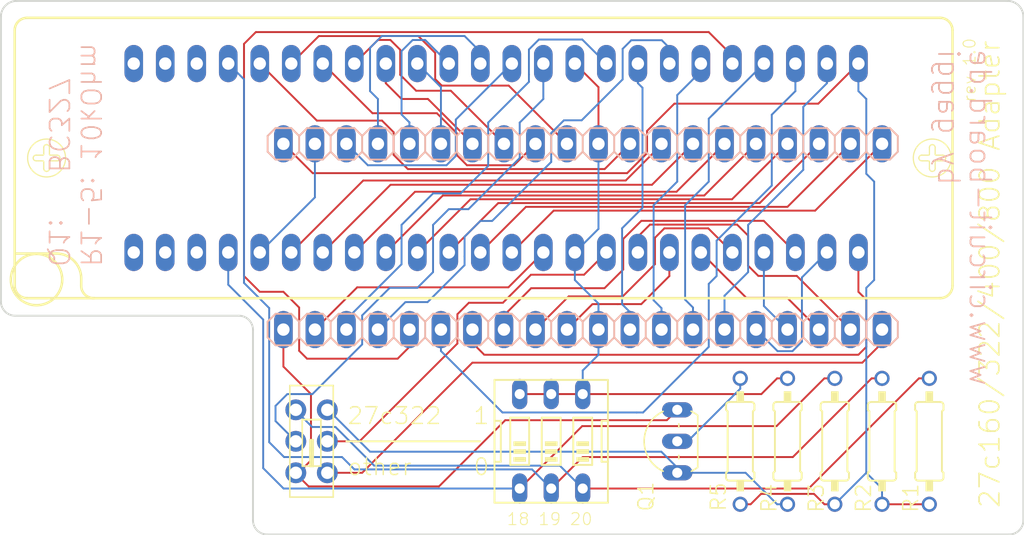
<source format=kicad_pcb>
(kicad_pcb (version 4) (host pcbnew 4.0.4-stable)

  (general
    (links 168)
    (no_connects 46)
    (area 78.664999 27.864999 189.851101 126.668601)
    (thickness 1.6)
    (drawings 37)
    (tracks 348)
    (zones 0)
    (modules 10)
    (nets 47)
  )

  (page A4)
  (layers
    (0 Top signal)
    (31 Bottom signal)
    (32 B.Adhes user)
    (33 F.Adhes user)
    (34 B.Paste user)
    (35 F.Paste user)
    (36 B.SilkS user)
    (37 F.SilkS user)
    (38 B.Mask user)
    (39 F.Mask user)
    (40 Dwgs.User user)
    (41 Cmts.User user)
    (42 Eco1.User user hide)
    (43 Eco2.User user hide)
    (44 Edge.Cuts user)
    (45 Margin user)
    (46 B.CrtYd user)
    (47 F.CrtYd user)
    (48 B.Fab user)
    (49 F.Fab user)
  )

  (setup
    (last_trace_width 0.25)
    (trace_clearance 0.1524)
    (zone_clearance 0.0254)
    (zone_45_only no)
    (trace_min 0.1524)
    (segment_width 0.15)
    (edge_width 0.15)
    (via_size 0.6)
    (via_drill 0.4)
    (via_min_size 0.4)
    (via_min_drill 0.3)
    (uvia_size 0.3)
    (uvia_drill 0.1)
    (uvias_allowed no)
    (uvia_min_size 0.2)
    (uvia_min_drill 0.1)
    (pcb_text_width 0.3)
    (pcb_text_size 1.5 1.5)
    (mod_edge_width 0.15)
    (mod_text_size 1 1)
    (mod_text_width 0.15)
    (pad_size 1.524 1.524)
    (pad_drill 0.762)
    (pad_to_mask_clearance 0)
    (aux_axis_origin 0 0)
    (visible_elements 7FFFFF7F)
    (pcbplotparams
      (layerselection 0x010f0_80000001)
      (usegerberextensions false)
      (excludeedgelayer true)
      (linewidth 0.100000)
      (plotframeref false)
      (viasonmask false)
      (mode 1)
      (useauxorigin false)
      (hpglpennumber 1)
      (hpglpenspeed 20)
      (hpglpendiameter 15)
      (hpglpenoverlay 2)
      (psnegative false)
      (psa4output false)
      (plotreference true)
      (plotvalue true)
      (plotinvisibletext false)
      (padsonsilk false)
      (subtractmaskfromsilk false)
      (outputformat 1)
      (mirror false)
      (drillshape 0)
      (scaleselection 1)
      (outputdirectory gerber/panel/))
  )

  (net 0 "")
  (net 1 GND)
  (net 2 VCC)
  (net 3 /N$4)
  (net 4 /VPP)
  (net 5 /N$1)
  (net 6 /A20)
  (net 7 /A19)
  (net 8 /A18)
  (net 9 /N$2)
  (net 10 /N$6)
  (net 11 /N$5)
  (net 12 /E)
  (net 13 /D15)
  (net 14 /D14)
  (net 15 /D13)
  (net 16 /D12)
  (net 17 /D11)
  (net 18 /D10)
  (net 19 /D9)
  (net 20 /D8)
  (net 21 /D7)
  (net 22 /D6)
  (net 23 /D5)
  (net 24 /D4)
  (net 25 /D3)
  (net 26 /D2)
  (net 27 /D1)
  (net 28 /D0)
  (net 29 /A0)
  (net 30 /A1)
  (net 31 /A2)
  (net 32 /A3)
  (net 33 /A4)
  (net 34 /A5)
  (net 35 /A6)
  (net 36 /A7)
  (net 37 /A8)
  (net 38 /A9)
  (net 39 /A10)
  (net 40 /A11)
  (net 41 /A12)
  (net 42 /A13)
  (net 43 /A14)
  (net 44 /A15)
  (net 45 /A16)
  (net 46 /A17)

  (net_class Default "Dies ist die voreingestellte Netzklasse."
    (clearance 0.1524)
    (trace_width 0.25)
    (via_dia 0.6)
    (via_drill 0.4)
    (uvia_dia 0.3)
    (uvia_drill 0.1)
    (add_net /A0)
    (add_net /A1)
    (add_net /A10)
    (add_net /A11)
    (add_net /A12)
    (add_net /A13)
    (add_net /A14)
    (add_net /A15)
    (add_net /A16)
    (add_net /A17)
    (add_net /A18)
    (add_net /A19)
    (add_net /A2)
    (add_net /A20)
    (add_net /A3)
    (add_net /A4)
    (add_net /A5)
    (add_net /A6)
    (add_net /A7)
    (add_net /A8)
    (add_net /A9)
    (add_net /D0)
    (add_net /D1)
    (add_net /D10)
    (add_net /D11)
    (add_net /D12)
    (add_net /D13)
    (add_net /D14)
    (add_net /D15)
    (add_net /D2)
    (add_net /D3)
    (add_net /D4)
    (add_net /D5)
    (add_net /D6)
    (add_net /D7)
    (add_net /D8)
    (add_net /D9)
    (add_net /E)
    (add_net /N$1)
    (add_net /N$2)
    (add_net /N$4)
    (add_net /N$5)
    (add_net /N$6)
    (add_net /VPP)
    (add_net GND)
    (add_net VCC)
  )

  (module 27C4002 (layer Top) (tedit 597B3043) (tstamp 597B2DEB)
    (at 152.9461 102.4636)
    (path /597B3773)
    (fp_text reference U1 (at 0 0) (layer F.SilkS) hide
      (effects (font (thickness 0.15)))
    )
    (fp_text value 27C4002 (at 0 0) (layer F.SilkS) hide
      (effects (font (thickness 0.15)))
    )
    (fp_line (start 22.225 -8.763) (end 23.495 -8.763) (layer B.SilkS) (width 0.1524))
    (fp_line (start 23.495 -8.763) (end 24.13 -8.128) (layer B.SilkS) (width 0.1524))
    (fp_line (start 24.13 -8.128) (end 24.13 -6.858) (layer B.SilkS) (width 0.1524))
    (fp_line (start 24.13 -6.858) (end 23.495 -6.223) (layer B.SilkS) (width 0.1524))
    (fp_line (start 19.05 -8.128) (end 19.685 -8.763) (layer B.SilkS) (width 0.1524))
    (fp_line (start 19.685 -8.763) (end 20.955 -8.763) (layer B.SilkS) (width 0.1524))
    (fp_line (start 20.955 -8.763) (end 21.59 -8.128) (layer B.SilkS) (width 0.1524))
    (fp_line (start 21.59 -8.128) (end 21.59 -6.858) (layer B.SilkS) (width 0.1524))
    (fp_line (start 21.59 -6.858) (end 20.955 -6.223) (layer B.SilkS) (width 0.1524))
    (fp_line (start 20.955 -6.223) (end 19.685 -6.223) (layer B.SilkS) (width 0.1524))
    (fp_line (start 19.685 -6.223) (end 19.05 -6.858) (layer B.SilkS) (width 0.1524))
    (fp_line (start 22.225 -8.763) (end 21.59 -8.128) (layer B.SilkS) (width 0.1524))
    (fp_line (start 21.59 -6.858) (end 22.225 -6.223) (layer B.SilkS) (width 0.1524))
    (fp_line (start 23.495 -6.223) (end 22.225 -6.223) (layer B.SilkS) (width 0.1524))
    (fp_line (start 14.605 -8.763) (end 15.875 -8.763) (layer B.SilkS) (width 0.1524))
    (fp_line (start 15.875 -8.763) (end 16.51 -8.128) (layer B.SilkS) (width 0.1524))
    (fp_line (start 16.51 -8.128) (end 16.51 -6.858) (layer B.SilkS) (width 0.1524))
    (fp_line (start 16.51 -6.858) (end 15.875 -6.223) (layer B.SilkS) (width 0.1524))
    (fp_line (start 16.51 -8.128) (end 17.145 -8.763) (layer B.SilkS) (width 0.1524))
    (fp_line (start 17.145 -8.763) (end 18.415 -8.763) (layer B.SilkS) (width 0.1524))
    (fp_line (start 18.415 -8.763) (end 19.05 -8.128) (layer B.SilkS) (width 0.1524))
    (fp_line (start 19.05 -8.128) (end 19.05 -6.858) (layer B.SilkS) (width 0.1524))
    (fp_line (start 19.05 -6.858) (end 18.415 -6.223) (layer B.SilkS) (width 0.1524))
    (fp_line (start 18.415 -6.223) (end 17.145 -6.223) (layer B.SilkS) (width 0.1524))
    (fp_line (start 17.145 -6.223) (end 16.51 -6.858) (layer B.SilkS) (width 0.1524))
    (fp_line (start 11.43 -8.128) (end 12.065 -8.763) (layer B.SilkS) (width 0.1524))
    (fp_line (start 12.065 -8.763) (end 13.335 -8.763) (layer B.SilkS) (width 0.1524))
    (fp_line (start 13.335 -8.763) (end 13.97 -8.128) (layer B.SilkS) (width 0.1524))
    (fp_line (start 13.97 -8.128) (end 13.97 -6.858) (layer B.SilkS) (width 0.1524))
    (fp_line (start 13.97 -6.858) (end 13.335 -6.223) (layer B.SilkS) (width 0.1524))
    (fp_line (start 13.335 -6.223) (end 12.065 -6.223) (layer B.SilkS) (width 0.1524))
    (fp_line (start 12.065 -6.223) (end 11.43 -6.858) (layer B.SilkS) (width 0.1524))
    (fp_line (start 14.605 -8.763) (end 13.97 -8.128) (layer B.SilkS) (width 0.1524))
    (fp_line (start 13.97 -6.858) (end 14.605 -6.223) (layer B.SilkS) (width 0.1524))
    (fp_line (start 15.875 -6.223) (end 14.605 -6.223) (layer B.SilkS) (width 0.1524))
    (fp_line (start 6.985 -8.763) (end 8.255 -8.763) (layer B.SilkS) (width 0.1524))
    (fp_line (start 8.255 -8.763) (end 8.89 -8.128) (layer B.SilkS) (width 0.1524))
    (fp_line (start 8.89 -8.128) (end 8.89 -6.858) (layer B.SilkS) (width 0.1524))
    (fp_line (start 8.89 -6.858) (end 8.255 -6.223) (layer B.SilkS) (width 0.1524))
    (fp_line (start 8.89 -8.128) (end 9.525 -8.763) (layer B.SilkS) (width 0.1524))
    (fp_line (start 9.525 -8.763) (end 10.795 -8.763) (layer B.SilkS) (width 0.1524))
    (fp_line (start 10.795 -8.763) (end 11.43 -8.128) (layer B.SilkS) (width 0.1524))
    (fp_line (start 11.43 -8.128) (end 11.43 -6.858) (layer B.SilkS) (width 0.1524))
    (fp_line (start 11.43 -6.858) (end 10.795 -6.223) (layer B.SilkS) (width 0.1524))
    (fp_line (start 10.795 -6.223) (end 9.525 -6.223) (layer B.SilkS) (width 0.1524))
    (fp_line (start 9.525 -6.223) (end 8.89 -6.858) (layer B.SilkS) (width 0.1524))
    (fp_line (start 3.81 -8.128) (end 4.445 -8.763) (layer B.SilkS) (width 0.1524))
    (fp_line (start 4.445 -8.763) (end 5.715 -8.763) (layer B.SilkS) (width 0.1524))
    (fp_line (start 5.715 -8.763) (end 6.35 -8.128) (layer B.SilkS) (width 0.1524))
    (fp_line (start 6.35 -8.128) (end 6.35 -6.858) (layer B.SilkS) (width 0.1524))
    (fp_line (start 6.35 -6.858) (end 5.715 -6.223) (layer B.SilkS) (width 0.1524))
    (fp_line (start 5.715 -6.223) (end 4.445 -6.223) (layer B.SilkS) (width 0.1524))
    (fp_line (start 4.445 -6.223) (end 3.81 -6.858) (layer B.SilkS) (width 0.1524))
    (fp_line (start 6.985 -8.763) (end 6.35 -8.128) (layer B.SilkS) (width 0.1524))
    (fp_line (start 6.35 -6.858) (end 6.985 -6.223) (layer B.SilkS) (width 0.1524))
    (fp_line (start 8.255 -6.223) (end 6.985 -6.223) (layer B.SilkS) (width 0.1524))
    (fp_line (start -0.635 -8.763) (end 0.635 -8.763) (layer B.SilkS) (width 0.1524))
    (fp_line (start 0.635 -8.763) (end 1.27 -8.128) (layer B.SilkS) (width 0.1524))
    (fp_line (start 1.27 -8.128) (end 1.27 -6.858) (layer B.SilkS) (width 0.1524))
    (fp_line (start 1.27 -6.858) (end 0.635 -6.223) (layer B.SilkS) (width 0.1524))
    (fp_line (start 1.27 -8.128) (end 1.905 -8.763) (layer B.SilkS) (width 0.1524))
    (fp_line (start 1.905 -8.763) (end 3.175 -8.763) (layer B.SilkS) (width 0.1524))
    (fp_line (start 3.175 -8.763) (end 3.81 -8.128) (layer B.SilkS) (width 0.1524))
    (fp_line (start 3.81 -8.128) (end 3.81 -6.858) (layer B.SilkS) (width 0.1524))
    (fp_line (start 3.81 -6.858) (end 3.175 -6.223) (layer B.SilkS) (width 0.1524))
    (fp_line (start 3.175 -6.223) (end 1.905 -6.223) (layer B.SilkS) (width 0.1524))
    (fp_line (start 1.905 -6.223) (end 1.27 -6.858) (layer B.SilkS) (width 0.1524))
    (fp_line (start -3.81 -8.128) (end -3.175 -8.763) (layer B.SilkS) (width 0.1524))
    (fp_line (start -3.175 -8.763) (end -1.905 -8.763) (layer B.SilkS) (width 0.1524))
    (fp_line (start -1.905 -8.763) (end -1.27 -8.128) (layer B.SilkS) (width 0.1524))
    (fp_line (start -1.27 -8.128) (end -1.27 -6.858) (layer B.SilkS) (width 0.1524))
    (fp_line (start -1.27 -6.858) (end -1.905 -6.223) (layer B.SilkS) (width 0.1524))
    (fp_line (start -1.905 -6.223) (end -3.175 -6.223) (layer B.SilkS) (width 0.1524))
    (fp_line (start -3.175 -6.223) (end -3.81 -6.858) (layer B.SilkS) (width 0.1524))
    (fp_line (start -0.635 -8.763) (end -1.27 -8.128) (layer B.SilkS) (width 0.1524))
    (fp_line (start -1.27 -6.858) (end -0.635 -6.223) (layer B.SilkS) (width 0.1524))
    (fp_line (start 0.635 -6.223) (end -0.635 -6.223) (layer B.SilkS) (width 0.1524))
    (fp_line (start -8.255 -8.763) (end -6.985 -8.763) (layer B.SilkS) (width 0.1524))
    (fp_line (start -6.985 -8.763) (end -6.35 -8.128) (layer B.SilkS) (width 0.1524))
    (fp_line (start -6.35 -8.128) (end -6.35 -6.858) (layer B.SilkS) (width 0.1524))
    (fp_line (start -6.35 -6.858) (end -6.985 -6.223) (layer B.SilkS) (width 0.1524))
    (fp_line (start -6.35 -8.128) (end -5.715 -8.763) (layer B.SilkS) (width 0.1524))
    (fp_line (start -5.715 -8.763) (end -4.445 -8.763) (layer B.SilkS) (width 0.1524))
    (fp_line (start -4.445 -8.763) (end -3.81 -8.128) (layer B.SilkS) (width 0.1524))
    (fp_line (start -3.81 -8.128) (end -3.81 -6.858) (layer B.SilkS) (width 0.1524))
    (fp_line (start -3.81 -6.858) (end -4.445 -6.223) (layer B.SilkS) (width 0.1524))
    (fp_line (start -4.445 -6.223) (end -5.715 -6.223) (layer B.SilkS) (width 0.1524))
    (fp_line (start -5.715 -6.223) (end -6.35 -6.858) (layer B.SilkS) (width 0.1524))
    (fp_line (start -11.43 -8.128) (end -10.795 -8.763) (layer B.SilkS) (width 0.1524))
    (fp_line (start -10.795 -8.763) (end -9.525 -8.763) (layer B.SilkS) (width 0.1524))
    (fp_line (start -9.525 -8.763) (end -8.89 -8.128) (layer B.SilkS) (width 0.1524))
    (fp_line (start -8.89 -8.128) (end -8.89 -6.858) (layer B.SilkS) (width 0.1524))
    (fp_line (start -8.89 -6.858) (end -9.525 -6.223) (layer B.SilkS) (width 0.1524))
    (fp_line (start -9.525 -6.223) (end -10.795 -6.223) (layer B.SilkS) (width 0.1524))
    (fp_line (start -10.795 -6.223) (end -11.43 -6.858) (layer B.SilkS) (width 0.1524))
    (fp_line (start -8.255 -8.763) (end -8.89 -8.128) (layer B.SilkS) (width 0.1524))
    (fp_line (start -8.89 -6.858) (end -8.255 -6.223) (layer B.SilkS) (width 0.1524))
    (fp_line (start -6.985 -6.223) (end -8.255 -6.223) (layer B.SilkS) (width 0.1524))
    (fp_line (start -15.875 -8.763) (end -14.605 -8.763) (layer B.SilkS) (width 0.1524))
    (fp_line (start -14.605 -8.763) (end -13.97 -8.128) (layer B.SilkS) (width 0.1524))
    (fp_line (start -13.97 -8.128) (end -13.97 -6.858) (layer B.SilkS) (width 0.1524))
    (fp_line (start -13.97 -6.858) (end -14.605 -6.223) (layer B.SilkS) (width 0.1524))
    (fp_line (start -13.97 -8.128) (end -13.335 -8.763) (layer B.SilkS) (width 0.1524))
    (fp_line (start -13.335 -8.763) (end -12.065 -8.763) (layer B.SilkS) (width 0.1524))
    (fp_line (start -12.065 -8.763) (end -11.43 -8.128) (layer B.SilkS) (width 0.1524))
    (fp_line (start -11.43 -8.128) (end -11.43 -6.858) (layer B.SilkS) (width 0.1524))
    (fp_line (start -11.43 -6.858) (end -12.065 -6.223) (layer B.SilkS) (width 0.1524))
    (fp_line (start -12.065 -6.223) (end -13.335 -6.223) (layer B.SilkS) (width 0.1524))
    (fp_line (start -13.335 -6.223) (end -13.97 -6.858) (layer B.SilkS) (width 0.1524))
    (fp_line (start -19.05 -8.128) (end -18.415 -8.763) (layer B.SilkS) (width 0.1524))
    (fp_line (start -18.415 -8.763) (end -17.145 -8.763) (layer B.SilkS) (width 0.1524))
    (fp_line (start -17.145 -8.763) (end -16.51 -8.128) (layer B.SilkS) (width 0.1524))
    (fp_line (start -16.51 -8.128) (end -16.51 -6.858) (layer B.SilkS) (width 0.1524))
    (fp_line (start -16.51 -6.858) (end -17.145 -6.223) (layer B.SilkS) (width 0.1524))
    (fp_line (start -17.145 -6.223) (end -18.415 -6.223) (layer B.SilkS) (width 0.1524))
    (fp_line (start -18.415 -6.223) (end -19.05 -6.858) (layer B.SilkS) (width 0.1524))
    (fp_line (start -15.875 -8.763) (end -16.51 -8.128) (layer B.SilkS) (width 0.1524))
    (fp_line (start -16.51 -6.858) (end -15.875 -6.223) (layer B.SilkS) (width 0.1524))
    (fp_line (start -14.605 -6.223) (end -15.875 -6.223) (layer B.SilkS) (width 0.1524))
    (fp_line (start -23.495 -8.763) (end -22.225 -8.763) (layer B.SilkS) (width 0.1524))
    (fp_line (start -22.225 -8.763) (end -21.59 -8.128) (layer B.SilkS) (width 0.1524))
    (fp_line (start -21.59 -8.128) (end -21.59 -6.858) (layer B.SilkS) (width 0.1524))
    (fp_line (start -21.59 -6.858) (end -22.225 -6.223) (layer B.SilkS) (width 0.1524))
    (fp_line (start -21.59 -8.128) (end -20.955 -8.763) (layer B.SilkS) (width 0.1524))
    (fp_line (start -20.955 -8.763) (end -19.685 -8.763) (layer B.SilkS) (width 0.1524))
    (fp_line (start -19.685 -8.763) (end -19.05 -8.128) (layer B.SilkS) (width 0.1524))
    (fp_line (start -19.05 -8.128) (end -19.05 -6.858) (layer B.SilkS) (width 0.1524))
    (fp_line (start -19.05 -6.858) (end -19.685 -6.223) (layer B.SilkS) (width 0.1524))
    (fp_line (start -19.685 -6.223) (end -20.955 -6.223) (layer B.SilkS) (width 0.1524))
    (fp_line (start -20.955 -6.223) (end -21.59 -6.858) (layer B.SilkS) (width 0.1524))
    (fp_line (start -24.13 -8.128) (end -24.13 -6.858) (layer B.SilkS) (width 0.1524))
    (fp_line (start -23.495 -8.763) (end -24.13 -8.128) (layer B.SilkS) (width 0.1524))
    (fp_line (start -24.13 -6.858) (end -23.495 -6.223) (layer B.SilkS) (width 0.1524))
    (fp_line (start -22.225 -6.223) (end -23.495 -6.223) (layer B.SilkS) (width 0.1524))
    (fp_line (start 24.765 -8.763) (end 26.035 -8.763) (layer B.SilkS) (width 0.1524))
    (fp_line (start 26.035 -8.763) (end 26.67 -8.128) (layer B.SilkS) (width 0.1524))
    (fp_line (start 26.67 -8.128) (end 26.67 -6.858) (layer B.SilkS) (width 0.1524))
    (fp_line (start 26.67 -6.858) (end 26.035 -6.223) (layer B.SilkS) (width 0.1524))
    (fp_line (start 24.765 -8.763) (end 24.13 -8.128) (layer B.SilkS) (width 0.1524))
    (fp_line (start 24.13 -6.858) (end 24.765 -6.223) (layer B.SilkS) (width 0.1524))
    (fp_line (start 26.035 -6.223) (end 24.765 -6.223) (layer B.SilkS) (width 0.1524))
    (fp_poly (pts (xy -23.114 -7.239) (xy -22.606 -7.239) (xy -22.606 -7.747) (xy -23.114 -7.747)) (layer Dwgs.User) (width 0))
    (fp_poly (pts (xy -20.574 -7.239) (xy -20.066 -7.239) (xy -20.066 -7.747) (xy -20.574 -7.747)) (layer Dwgs.User) (width 0))
    (fp_poly (pts (xy -18.034 -7.239) (xy -17.526 -7.239) (xy -17.526 -7.747) (xy -18.034 -7.747)) (layer Dwgs.User) (width 0))
    (fp_poly (pts (xy -15.494 -7.239) (xy -14.986 -7.239) (xy -14.986 -7.747) (xy -15.494 -7.747)) (layer Dwgs.User) (width 0))
    (fp_poly (pts (xy -12.954 -7.239) (xy -12.446 -7.239) (xy -12.446 -7.747) (xy -12.954 -7.747)) (layer Dwgs.User) (width 0))
    (fp_poly (pts (xy -10.414 -7.239) (xy -9.906 -7.239) (xy -9.906 -7.747) (xy -10.414 -7.747)) (layer Dwgs.User) (width 0))
    (fp_poly (pts (xy -7.874 -7.239) (xy -7.366 -7.239) (xy -7.366 -7.747) (xy -7.874 -7.747)) (layer Dwgs.User) (width 0))
    (fp_poly (pts (xy -5.334 -7.239) (xy -4.826 -7.239) (xy -4.826 -7.747) (xy -5.334 -7.747)) (layer Dwgs.User) (width 0))
    (fp_poly (pts (xy -2.794 -7.239) (xy -2.286 -7.239) (xy -2.286 -7.747) (xy -2.794 -7.747)) (layer Dwgs.User) (width 0))
    (fp_poly (pts (xy -0.254 -7.239) (xy 0.254 -7.239) (xy 0.254 -7.747) (xy -0.254 -7.747)) (layer Dwgs.User) (width 0))
    (fp_poly (pts (xy 2.286 -7.239) (xy 2.794 -7.239) (xy 2.794 -7.747) (xy 2.286 -7.747)) (layer Dwgs.User) (width 0))
    (fp_poly (pts (xy 4.826 -7.239) (xy 5.334 -7.239) (xy 5.334 -7.747) (xy 4.826 -7.747)) (layer Dwgs.User) (width 0))
    (fp_poly (pts (xy 7.366 -7.239) (xy 7.874 -7.239) (xy 7.874 -7.747) (xy 7.366 -7.747)) (layer Dwgs.User) (width 0))
    (fp_poly (pts (xy 9.906 -7.239) (xy 10.414 -7.239) (xy 10.414 -7.747) (xy 9.906 -7.747)) (layer Dwgs.User) (width 0))
    (fp_poly (pts (xy 12.446 -7.239) (xy 12.954 -7.239) (xy 12.954 -7.747) (xy 12.446 -7.747)) (layer Dwgs.User) (width 0))
    (fp_poly (pts (xy 14.986 -7.239) (xy 15.494 -7.239) (xy 15.494 -7.747) (xy 14.986 -7.747)) (layer Dwgs.User) (width 0))
    (fp_poly (pts (xy 17.526 -7.239) (xy 18.034 -7.239) (xy 18.034 -7.747) (xy 17.526 -7.747)) (layer Dwgs.User) (width 0))
    (fp_poly (pts (xy 20.066 -7.239) (xy 20.574 -7.239) (xy 20.574 -7.747) (xy 20.066 -7.747)) (layer Dwgs.User) (width 0))
    (fp_poly (pts (xy 22.606 -7.239) (xy 23.114 -7.239) (xy 23.114 -7.747) (xy 22.606 -7.747)) (layer Dwgs.User) (width 0))
    (fp_poly (pts (xy 25.146 -7.239) (xy 25.654 -7.239) (xy 25.654 -7.747) (xy 25.146 -7.747)) (layer Dwgs.User) (width 0))
    (fp_line (start 22.225 6.223) (end 23.495 6.223) (layer B.SilkS) (width 0.1524))
    (fp_line (start 23.495 6.223) (end 24.13 6.858) (layer B.SilkS) (width 0.1524))
    (fp_line (start 24.13 6.858) (end 24.13 8.128) (layer B.SilkS) (width 0.1524))
    (fp_line (start 24.13 8.128) (end 23.495 8.763) (layer B.SilkS) (width 0.1524))
    (fp_line (start 19.05 6.858) (end 19.685 6.223) (layer B.SilkS) (width 0.1524))
    (fp_line (start 19.685 6.223) (end 20.955 6.223) (layer B.SilkS) (width 0.1524))
    (fp_line (start 20.955 6.223) (end 21.59 6.858) (layer B.SilkS) (width 0.1524))
    (fp_line (start 21.59 6.858) (end 21.59 8.128) (layer B.SilkS) (width 0.1524))
    (fp_line (start 21.59 8.128) (end 20.955 8.763) (layer B.SilkS) (width 0.1524))
    (fp_line (start 20.955 8.763) (end 19.685 8.763) (layer B.SilkS) (width 0.1524))
    (fp_line (start 19.685 8.763) (end 19.05 8.128) (layer B.SilkS) (width 0.1524))
    (fp_line (start 22.225 6.223) (end 21.59 6.858) (layer B.SilkS) (width 0.1524))
    (fp_line (start 21.59 8.128) (end 22.225 8.763) (layer B.SilkS) (width 0.1524))
    (fp_line (start 23.495 8.763) (end 22.225 8.763) (layer B.SilkS) (width 0.1524))
    (fp_line (start 14.605 6.223) (end 15.875 6.223) (layer B.SilkS) (width 0.1524))
    (fp_line (start 15.875 6.223) (end 16.51 6.858) (layer B.SilkS) (width 0.1524))
    (fp_line (start 16.51 6.858) (end 16.51 8.128) (layer B.SilkS) (width 0.1524))
    (fp_line (start 16.51 8.128) (end 15.875 8.763) (layer B.SilkS) (width 0.1524))
    (fp_line (start 16.51 6.858) (end 17.145 6.223) (layer B.SilkS) (width 0.1524))
    (fp_line (start 17.145 6.223) (end 18.415 6.223) (layer B.SilkS) (width 0.1524))
    (fp_line (start 18.415 6.223) (end 19.05 6.858) (layer B.SilkS) (width 0.1524))
    (fp_line (start 19.05 6.858) (end 19.05 8.128) (layer B.SilkS) (width 0.1524))
    (fp_line (start 19.05 8.128) (end 18.415 8.763) (layer B.SilkS) (width 0.1524))
    (fp_line (start 18.415 8.763) (end 17.145 8.763) (layer B.SilkS) (width 0.1524))
    (fp_line (start 17.145 8.763) (end 16.51 8.128) (layer B.SilkS) (width 0.1524))
    (fp_line (start 11.43 6.858) (end 12.065 6.223) (layer B.SilkS) (width 0.1524))
    (fp_line (start 12.065 6.223) (end 13.335 6.223) (layer B.SilkS) (width 0.1524))
    (fp_line (start 13.335 6.223) (end 13.97 6.858) (layer B.SilkS) (width 0.1524))
    (fp_line (start 13.97 6.858) (end 13.97 8.128) (layer B.SilkS) (width 0.1524))
    (fp_line (start 13.97 8.128) (end 13.335 8.763) (layer B.SilkS) (width 0.1524))
    (fp_line (start 13.335 8.763) (end 12.065 8.763) (layer B.SilkS) (width 0.1524))
    (fp_line (start 12.065 8.763) (end 11.43 8.128) (layer B.SilkS) (width 0.1524))
    (fp_line (start 14.605 6.223) (end 13.97 6.858) (layer B.SilkS) (width 0.1524))
    (fp_line (start 13.97 8.128) (end 14.605 8.763) (layer B.SilkS) (width 0.1524))
    (fp_line (start 15.875 8.763) (end 14.605 8.763) (layer B.SilkS) (width 0.1524))
    (fp_line (start 6.985 6.223) (end 8.255 6.223) (layer B.SilkS) (width 0.1524))
    (fp_line (start 8.255 6.223) (end 8.89 6.858) (layer B.SilkS) (width 0.1524))
    (fp_line (start 8.89 6.858) (end 8.89 8.128) (layer B.SilkS) (width 0.1524))
    (fp_line (start 8.89 8.128) (end 8.255 8.763) (layer B.SilkS) (width 0.1524))
    (fp_line (start 8.89 6.858) (end 9.525 6.223) (layer B.SilkS) (width 0.1524))
    (fp_line (start 9.525 6.223) (end 10.795 6.223) (layer B.SilkS) (width 0.1524))
    (fp_line (start 10.795 6.223) (end 11.43 6.858) (layer B.SilkS) (width 0.1524))
    (fp_line (start 11.43 6.858) (end 11.43 8.128) (layer B.SilkS) (width 0.1524))
    (fp_line (start 11.43 8.128) (end 10.795 8.763) (layer B.SilkS) (width 0.1524))
    (fp_line (start 10.795 8.763) (end 9.525 8.763) (layer B.SilkS) (width 0.1524))
    (fp_line (start 9.525 8.763) (end 8.89 8.128) (layer B.SilkS) (width 0.1524))
    (fp_line (start 3.81 6.858) (end 4.445 6.223) (layer B.SilkS) (width 0.1524))
    (fp_line (start 4.445 6.223) (end 5.715 6.223) (layer B.SilkS) (width 0.1524))
    (fp_line (start 5.715 6.223) (end 6.35 6.858) (layer B.SilkS) (width 0.1524))
    (fp_line (start 6.35 6.858) (end 6.35 8.128) (layer B.SilkS) (width 0.1524))
    (fp_line (start 6.35 8.128) (end 5.715 8.763) (layer B.SilkS) (width 0.1524))
    (fp_line (start 5.715 8.763) (end 4.445 8.763) (layer B.SilkS) (width 0.1524))
    (fp_line (start 4.445 8.763) (end 3.81 8.128) (layer B.SilkS) (width 0.1524))
    (fp_line (start 6.985 6.223) (end 6.35 6.858) (layer B.SilkS) (width 0.1524))
    (fp_line (start 6.35 8.128) (end 6.985 8.763) (layer B.SilkS) (width 0.1524))
    (fp_line (start 8.255 8.763) (end 6.985 8.763) (layer B.SilkS) (width 0.1524))
    (fp_line (start -0.635 6.223) (end 0.635 6.223) (layer B.SilkS) (width 0.1524))
    (fp_line (start 0.635 6.223) (end 1.27 6.858) (layer B.SilkS) (width 0.1524))
    (fp_line (start 1.27 6.858) (end 1.27 8.128) (layer B.SilkS) (width 0.1524))
    (fp_line (start 1.27 8.128) (end 0.635 8.763) (layer B.SilkS) (width 0.1524))
    (fp_line (start 1.27 6.858) (end 1.905 6.223) (layer B.SilkS) (width 0.1524))
    (fp_line (start 1.905 6.223) (end 3.175 6.223) (layer B.SilkS) (width 0.1524))
    (fp_line (start 3.175 6.223) (end 3.81 6.858) (layer B.SilkS) (width 0.1524))
    (fp_line (start 3.81 6.858) (end 3.81 8.128) (layer B.SilkS) (width 0.1524))
    (fp_line (start 3.81 8.128) (end 3.175 8.763) (layer B.SilkS) (width 0.1524))
    (fp_line (start 3.175 8.763) (end 1.905 8.763) (layer B.SilkS) (width 0.1524))
    (fp_line (start 1.905 8.763) (end 1.27 8.128) (layer B.SilkS) (width 0.1524))
    (fp_line (start -3.81 6.858) (end -3.175 6.223) (layer B.SilkS) (width 0.1524))
    (fp_line (start -3.175 6.223) (end -1.905 6.223) (layer B.SilkS) (width 0.1524))
    (fp_line (start -1.905 6.223) (end -1.27 6.858) (layer B.SilkS) (width 0.1524))
    (fp_line (start -1.27 6.858) (end -1.27 8.128) (layer B.SilkS) (width 0.1524))
    (fp_line (start -1.27 8.128) (end -1.905 8.763) (layer B.SilkS) (width 0.1524))
    (fp_line (start -1.905 8.763) (end -3.175 8.763) (layer B.SilkS) (width 0.1524))
    (fp_line (start -3.175 8.763) (end -3.81 8.128) (layer B.SilkS) (width 0.1524))
    (fp_line (start -0.635 6.223) (end -1.27 6.858) (layer B.SilkS) (width 0.1524))
    (fp_line (start -1.27 8.128) (end -0.635 8.763) (layer B.SilkS) (width 0.1524))
    (fp_line (start 0.635 8.763) (end -0.635 8.763) (layer B.SilkS) (width 0.1524))
    (fp_line (start -8.255 6.223) (end -6.985 6.223) (layer B.SilkS) (width 0.1524))
    (fp_line (start -6.985 6.223) (end -6.35 6.858) (layer B.SilkS) (width 0.1524))
    (fp_line (start -6.35 6.858) (end -6.35 8.128) (layer B.SilkS) (width 0.1524))
    (fp_line (start -6.35 8.128) (end -6.985 8.763) (layer B.SilkS) (width 0.1524))
    (fp_line (start -6.35 6.858) (end -5.715 6.223) (layer B.SilkS) (width 0.1524))
    (fp_line (start -5.715 6.223) (end -4.445 6.223) (layer B.SilkS) (width 0.1524))
    (fp_line (start -4.445 6.223) (end -3.81 6.858) (layer B.SilkS) (width 0.1524))
    (fp_line (start -3.81 6.858) (end -3.81 8.128) (layer B.SilkS) (width 0.1524))
    (fp_line (start -3.81 8.128) (end -4.445 8.763) (layer B.SilkS) (width 0.1524))
    (fp_line (start -4.445 8.763) (end -5.715 8.763) (layer B.SilkS) (width 0.1524))
    (fp_line (start -5.715 8.763) (end -6.35 8.128) (layer B.SilkS) (width 0.1524))
    (fp_line (start -11.43 6.858) (end -10.795 6.223) (layer B.SilkS) (width 0.1524))
    (fp_line (start -10.795 6.223) (end -9.525 6.223) (layer B.SilkS) (width 0.1524))
    (fp_line (start -9.525 6.223) (end -8.89 6.858) (layer B.SilkS) (width 0.1524))
    (fp_line (start -8.89 6.858) (end -8.89 8.128) (layer B.SilkS) (width 0.1524))
    (fp_line (start -8.89 8.128) (end -9.525 8.763) (layer B.SilkS) (width 0.1524))
    (fp_line (start -9.525 8.763) (end -10.795 8.763) (layer B.SilkS) (width 0.1524))
    (fp_line (start -10.795 8.763) (end -11.43 8.128) (layer B.SilkS) (width 0.1524))
    (fp_line (start -8.255 6.223) (end -8.89 6.858) (layer B.SilkS) (width 0.1524))
    (fp_line (start -8.89 8.128) (end -8.255 8.763) (layer B.SilkS) (width 0.1524))
    (fp_line (start -6.985 8.763) (end -8.255 8.763) (layer B.SilkS) (width 0.1524))
    (fp_line (start -15.875 6.223) (end -14.605 6.223) (layer B.SilkS) (width 0.1524))
    (fp_line (start -14.605 6.223) (end -13.97 6.858) (layer B.SilkS) (width 0.1524))
    (fp_line (start -13.97 6.858) (end -13.97 8.128) (layer B.SilkS) (width 0.1524))
    (fp_line (start -13.97 8.128) (end -14.605 8.763) (layer B.SilkS) (width 0.1524))
    (fp_line (start -13.97 6.858) (end -13.335 6.223) (layer B.SilkS) (width 0.1524))
    (fp_line (start -13.335 6.223) (end -12.065 6.223) (layer B.SilkS) (width 0.1524))
    (fp_line (start -12.065 6.223) (end -11.43 6.858) (layer B.SilkS) (width 0.1524))
    (fp_line (start -11.43 6.858) (end -11.43 8.128) (layer B.SilkS) (width 0.1524))
    (fp_line (start -11.43 8.128) (end -12.065 8.763) (layer B.SilkS) (width 0.1524))
    (fp_line (start -12.065 8.763) (end -13.335 8.763) (layer B.SilkS) (width 0.1524))
    (fp_line (start -13.335 8.763) (end -13.97 8.128) (layer B.SilkS) (width 0.1524))
    (fp_line (start -19.05 6.858) (end -18.415 6.223) (layer B.SilkS) (width 0.1524))
    (fp_line (start -18.415 6.223) (end -17.145 6.223) (layer B.SilkS) (width 0.1524))
    (fp_line (start -17.145 6.223) (end -16.51 6.858) (layer B.SilkS) (width 0.1524))
    (fp_line (start -16.51 6.858) (end -16.51 8.128) (layer B.SilkS) (width 0.1524))
    (fp_line (start -16.51 8.128) (end -17.145 8.763) (layer B.SilkS) (width 0.1524))
    (fp_line (start -17.145 8.763) (end -18.415 8.763) (layer B.SilkS) (width 0.1524))
    (fp_line (start -18.415 8.763) (end -19.05 8.128) (layer B.SilkS) (width 0.1524))
    (fp_line (start -15.875 6.223) (end -16.51 6.858) (layer B.SilkS) (width 0.1524))
    (fp_line (start -16.51 8.128) (end -15.875 8.763) (layer B.SilkS) (width 0.1524))
    (fp_line (start -14.605 8.763) (end -15.875 8.763) (layer B.SilkS) (width 0.1524))
    (fp_line (start -23.495 6.223) (end -22.225 6.223) (layer B.SilkS) (width 0.1524))
    (fp_line (start -22.225 6.223) (end -21.59 6.858) (layer B.SilkS) (width 0.1524))
    (fp_line (start -21.59 6.858) (end -21.59 8.128) (layer B.SilkS) (width 0.1524))
    (fp_line (start -21.59 8.128) (end -22.225 8.763) (layer B.SilkS) (width 0.1524))
    (fp_line (start -21.59 6.858) (end -20.955 6.223) (layer B.SilkS) (width 0.1524))
    (fp_line (start -20.955 6.223) (end -19.685 6.223) (layer B.SilkS) (width 0.1524))
    (fp_line (start -19.685 6.223) (end -19.05 6.858) (layer B.SilkS) (width 0.1524))
    (fp_line (start -19.05 6.858) (end -19.05 8.128) (layer B.SilkS) (width 0.1524))
    (fp_line (start -19.05 8.128) (end -19.685 8.763) (layer B.SilkS) (width 0.1524))
    (fp_line (start -19.685 8.763) (end -20.955 8.763) (layer B.SilkS) (width 0.1524))
    (fp_line (start -20.955 8.763) (end -21.59 8.128) (layer B.SilkS) (width 0.1524))
    (fp_line (start -24.13 6.858) (end -24.13 8.128) (layer B.SilkS) (width 0.1524))
    (fp_line (start -23.495 6.223) (end -24.13 6.858) (layer B.SilkS) (width 0.1524))
    (fp_line (start -24.13 8.128) (end -23.495 8.763) (layer B.SilkS) (width 0.1524))
    (fp_line (start -22.225 8.763) (end -23.495 8.763) (layer B.SilkS) (width 0.1524))
    (fp_line (start 24.765 6.223) (end 26.035 6.223) (layer B.SilkS) (width 0.1524))
    (fp_line (start 26.035 6.223) (end 26.67 6.858) (layer B.SilkS) (width 0.1524))
    (fp_line (start 26.67 6.858) (end 26.67 8.128) (layer B.SilkS) (width 0.1524))
    (fp_line (start 26.67 8.128) (end 26.035 8.763) (layer B.SilkS) (width 0.1524))
    (fp_line (start 24.765 6.223) (end 24.13 6.858) (layer B.SilkS) (width 0.1524))
    (fp_line (start 24.13 8.128) (end 24.765 8.763) (layer B.SilkS) (width 0.1524))
    (fp_line (start 26.035 8.763) (end 24.765 8.763) (layer B.SilkS) (width 0.1524))
    (fp_poly (pts (xy -23.114 7.747) (xy -22.606 7.747) (xy -22.606 7.239) (xy -23.114 7.239)) (layer Dwgs.User) (width 0))
    (fp_poly (pts (xy -20.574 7.747) (xy -20.066 7.747) (xy -20.066 7.239) (xy -20.574 7.239)) (layer Dwgs.User) (width 0))
    (fp_poly (pts (xy -18.034 7.747) (xy -17.526 7.747) (xy -17.526 7.239) (xy -18.034 7.239)) (layer Dwgs.User) (width 0))
    (fp_poly (pts (xy -15.494 7.747) (xy -14.986 7.747) (xy -14.986 7.239) (xy -15.494 7.239)) (layer Dwgs.User) (width 0))
    (fp_poly (pts (xy -12.954 7.747) (xy -12.446 7.747) (xy -12.446 7.239) (xy -12.954 7.239)) (layer Dwgs.User) (width 0))
    (fp_poly (pts (xy -10.414 7.747) (xy -9.906 7.747) (xy -9.906 7.239) (xy -10.414 7.239)) (layer Dwgs.User) (width 0))
    (fp_poly (pts (xy -7.874 7.747) (xy -7.366 7.747) (xy -7.366 7.239) (xy -7.874 7.239)) (layer Dwgs.User) (width 0))
    (fp_poly (pts (xy -5.334 7.747) (xy -4.826 7.747) (xy -4.826 7.239) (xy -5.334 7.239)) (layer Dwgs.User) (width 0))
    (fp_poly (pts (xy -2.794 7.747) (xy -2.286 7.747) (xy -2.286 7.239) (xy -2.794 7.239)) (layer Dwgs.User) (width 0))
    (fp_poly (pts (xy -0.254 7.747) (xy 0.254 7.747) (xy 0.254 7.239) (xy -0.254 7.239)) (layer Dwgs.User) (width 0))
    (fp_poly (pts (xy 2.286 7.747) (xy 2.794 7.747) (xy 2.794 7.239) (xy 2.286 7.239)) (layer Dwgs.User) (width 0))
    (fp_poly (pts (xy 4.826 7.747) (xy 5.334 7.747) (xy 5.334 7.239) (xy 4.826 7.239)) (layer Dwgs.User) (width 0))
    (fp_poly (pts (xy 7.366 7.747) (xy 7.874 7.747) (xy 7.874 7.239) (xy 7.366 7.239)) (layer Dwgs.User) (width 0))
    (fp_poly (pts (xy 9.906 7.747) (xy 10.414 7.747) (xy 10.414 7.239) (xy 9.906 7.239)) (layer Dwgs.User) (width 0))
    (fp_poly (pts (xy 12.446 7.747) (xy 12.954 7.747) (xy 12.954 7.239) (xy 12.446 7.239)) (layer Dwgs.User) (width 0))
    (fp_poly (pts (xy 14.986 7.747) (xy 15.494 7.747) (xy 15.494 7.239) (xy 14.986 7.239)) (layer Dwgs.User) (width 0))
    (fp_poly (pts (xy 17.526 7.747) (xy 18.034 7.747) (xy 18.034 7.239) (xy 17.526 7.239)) (layer Dwgs.User) (width 0))
    (fp_poly (pts (xy 20.066 7.747) (xy 20.574 7.747) (xy 20.574 7.239) (xy 20.066 7.239)) (layer Dwgs.User) (width 0))
    (fp_poly (pts (xy 22.606 7.747) (xy 23.114 7.747) (xy 23.114 7.239) (xy 22.606 7.239)) (layer Dwgs.User) (width 0))
    (fp_poly (pts (xy 25.146 7.747) (xy 25.654 7.747) (xy 25.654 7.239) (xy 25.146 7.239)) (layer Dwgs.User) (width 0))
    (pad 1 thru_hole oval (at -22.86 7.495 90) (size 3 1.5) (drill 1) (layers *.Cu *.Mask)
      (net 4 /VPP))
    (pad 2 thru_hole oval (at -20.32 7.495 90) (size 3 1.5) (drill 1) (layers *.Cu *.Mask)
      (net 12 /E))
    (pad 3 thru_hole oval (at -17.78 7.495 90) (size 3 1.5) (drill 1) (layers *.Cu *.Mask)
      (net 13 /D15))
    (pad 4 thru_hole oval (at -15.24 7.495 90) (size 3 1.5) (drill 1) (layers *.Cu *.Mask)
      (net 14 /D14))
    (pad 5 thru_hole oval (at -12.7 7.495 90) (size 3 1.5) (drill 1) (layers *.Cu *.Mask)
      (net 15 /D13))
    (pad 6 thru_hole oval (at -10.16 7.495 90) (size 3 1.5) (drill 1) (layers *.Cu *.Mask)
      (net 16 /D12))
    (pad 7 thru_hole oval (at -7.62 7.495 90) (size 3 1.5) (drill 1) (layers *.Cu *.Mask)
      (net 17 /D11))
    (pad 8 thru_hole oval (at -5.08 7.495 90) (size 3 1.5) (drill 1) (layers *.Cu *.Mask)
      (net 18 /D10))
    (pad 9 thru_hole oval (at -2.54 7.495 90) (size 3 1.5) (drill 1) (layers *.Cu *.Mask)
      (net 19 /D9))
    (pad 10 thru_hole oval (at 0 7.495 90) (size 3 1.5) (drill 1) (layers *.Cu *.Mask)
      (net 20 /D8))
    (pad 11 thru_hole oval (at 2.54 7.495 90) (size 3 1.5) (drill 1) (layers *.Cu *.Mask)
      (net 1 GND))
    (pad 12 thru_hole oval (at 5.08 7.495 90) (size 3 1.5) (drill 1) (layers *.Cu *.Mask)
      (net 21 /D7))
    (pad 13 thru_hole oval (at 7.62 7.495 90) (size 3 1.5) (drill 1) (layers *.Cu *.Mask)
      (net 22 /D6))
    (pad 14 thru_hole oval (at 10.16 7.495 90) (size 3 1.5) (drill 1) (layers *.Cu *.Mask)
      (net 23 /D5))
    (pad 15 thru_hole oval (at 12.7 7.495 90) (size 3 1.5) (drill 1) (layers *.Cu *.Mask)
      (net 24 /D4))
    (pad 16 thru_hole oval (at 15.24 7.495 90) (size 3 1.5) (drill 1) (layers *.Cu *.Mask)
      (net 25 /D3))
    (pad 17 thru_hole oval (at 17.78 7.495 90) (size 3 1.5) (drill 1) (layers *.Cu *.Mask)
      (net 26 /D2))
    (pad 18 thru_hole oval (at 20.32 7.495 90) (size 3 1.5) (drill 1) (layers *.Cu *.Mask)
      (net 27 /D1))
    (pad 19 thru_hole oval (at 22.86 7.495 90) (size 3 1.5) (drill 1) (layers *.Cu *.Mask)
      (net 28 /D0))
    (pad 20 thru_hole oval (at 25.4 7.495 90) (size 3 1.5) (drill 1) (layers *.Cu *.Mask)
      (net 11 /N$5))
    (pad 21 thru_hole oval (at 25.4 -7.495 90) (size 3 1.5) (drill 1) (layers *.Cu *.Mask)
      (net 29 /A0))
    (pad 22 thru_hole oval (at 22.86 -7.495 270) (size 3 1.5) (drill 1) (layers *.Cu *.Mask)
      (net 30 /A1))
    (pad 23 thru_hole oval (at 20.32 -7.495 270) (size 3 1.5) (drill 1) (layers *.Cu *.Mask)
      (net 31 /A2))
    (pad 24 thru_hole oval (at 17.78 -7.495 270) (size 3 1.5) (drill 1) (layers *.Cu *.Mask)
      (net 32 /A3))
    (pad 25 thru_hole oval (at 15.24 -7.495 270) (size 3 1.5) (drill 1) (layers *.Cu *.Mask)
      (net 33 /A4))
    (pad 26 thru_hole oval (at 12.7 -7.495 270) (size 3 1.5) (drill 1) (layers *.Cu *.Mask)
      (net 34 /A5))
    (pad 27 thru_hole oval (at 10.16 -7.495 270) (size 3 1.5) (drill 1) (layers *.Cu *.Mask)
      (net 35 /A6))
    (pad 28 thru_hole oval (at 7.62 -7.495 270) (size 3 1.5) (drill 1) (layers *.Cu *.Mask)
      (net 36 /A7))
    (pad 29 thru_hole oval (at 5.08 -7.495 270) (size 3 1.5) (drill 1) (layers *.Cu *.Mask)
      (net 37 /A8))
    (pad 30 thru_hole oval (at 2.54 -7.495 270) (size 3 1.5) (drill 1) (layers *.Cu *.Mask)
      (net 1 GND))
    (pad 31 thru_hole oval (at 0 -7.495 270) (size 3 1.5) (drill 1) (layers *.Cu *.Mask)
      (net 38 /A9))
    (pad 32 thru_hole oval (at -2.54 -7.495 270) (size 3 1.5) (drill 1) (layers *.Cu *.Mask)
      (net 39 /A10))
    (pad 33 thru_hole oval (at -5.08 -7.495 270) (size 3 1.5) (drill 1) (layers *.Cu *.Mask)
      (net 40 /A11))
    (pad 34 thru_hole oval (at -7.62 -7.495 270) (size 3 1.5) (drill 1) (layers *.Cu *.Mask)
      (net 41 /A12))
    (pad 35 thru_hole oval (at -10.16 -7.495 270) (size 3 1.5) (drill 1) (layers *.Cu *.Mask)
      (net 42 /A13))
    (pad 36 thru_hole oval (at -12.7 -7.495 90) (size 3 1.5) (drill 1) (layers *.Cu *.Mask)
      (net 43 /A14))
    (pad 37 thru_hole oval (at -15.24 -7.495 270) (size 3 1.5) (drill 1) (layers *.Cu *.Mask)
      (net 44 /A15))
    (pad 38 thru_hole oval (at -17.78 -7.495 270) (size 3 1.5) (drill 1) (layers *.Cu *.Mask)
      (net 45 /A16))
    (pad 39 thru_hole oval (at -20.32 -7.495 270) (size 3 1.5) (drill 1) (layers *.Cu *.Mask)
      (net 46 /A17))
    (pad 40 thru_hole oval (at -22.86 -7.495 270) (size 3 1.5) (drill 1) (layers *.Cu *.Mask)
      (net 2 VCC))
  )

  (module 0207%2f10 (layer Top) (tedit 597B30AD) (tstamp 597B2F58)
    (at 182.1561 118.9736 270)
    (descr "<b>RESISTOR</b><p>\ntype 0207, grid 10 mm")
    (path /597B31FB)
    (fp_text reference R1 (at 3.3274 2.1971 450) (layer F.SilkS)
      (effects (font (size 1.2065 1.2065) (thickness 0.12065)) (justify right top))
    )
    (fp_text value 10k (at -2.2606 0.635 270) (layer F.SilkS) hide
      (effects (font (size 1.2065 1.2065) (thickness 0.12065)) (justify right top))
    )
    (fp_line (start 5.08 0) (end 4.064 0) (layer Dwgs.User) (width 0.6096))
    (fp_line (start -5.08 0) (end -4.064 0) (layer Dwgs.User) (width 0.6096))
    (fp_arc (start -2.921 -0.889) (end -3.175 -0.889) (angle 90) (layer F.SilkS) (width 0.1524))
    (fp_arc (start -2.921 0.889) (end -3.175 0.889) (angle -90) (layer F.SilkS) (width 0.1524))
    (fp_arc (start 2.921 0.889) (end 2.921 1.143) (angle -90) (layer F.SilkS) (width 0.1524))
    (fp_arc (start 2.921 -0.889) (end 2.921 -1.143) (angle 90) (layer F.SilkS) (width 0.1524))
    (fp_line (start -3.175 0.889) (end -3.175 -0.889) (layer F.SilkS) (width 0.1524))
    (fp_line (start -2.921 -1.143) (end -2.54 -1.143) (layer F.SilkS) (width 0.1524))
    (fp_line (start -2.413 -1.016) (end -2.54 -1.143) (layer F.SilkS) (width 0.1524))
    (fp_line (start -2.921 1.143) (end -2.54 1.143) (layer F.SilkS) (width 0.1524))
    (fp_line (start -2.413 1.016) (end -2.54 1.143) (layer F.SilkS) (width 0.1524))
    (fp_line (start 2.413 -1.016) (end 2.54 -1.143) (layer F.SilkS) (width 0.1524))
    (fp_line (start 2.413 -1.016) (end -2.413 -1.016) (layer F.SilkS) (width 0.1524))
    (fp_line (start 2.413 1.016) (end 2.54 1.143) (layer F.SilkS) (width 0.1524))
    (fp_line (start 2.413 1.016) (end -2.413 1.016) (layer F.SilkS) (width 0.1524))
    (fp_line (start 2.921 -1.143) (end 2.54 -1.143) (layer F.SilkS) (width 0.1524))
    (fp_line (start 2.921 1.143) (end 2.54 1.143) (layer F.SilkS) (width 0.1524))
    (fp_line (start 3.175 0.889) (end 3.175 -0.889) (layer F.SilkS) (width 0.1524))
    (fp_poly (pts (xy 3.175 0.3048) (xy 4.0386 0.3048) (xy 4.0386 -0.3048) (xy 3.175 -0.3048)) (layer F.SilkS) (width 0))
    (fp_poly (pts (xy -4.0386 0.3048) (xy -3.175 0.3048) (xy -3.175 -0.3048) (xy -4.0386 -0.3048)) (layer F.SilkS) (width 0))
    (pad 1 thru_hole circle (at -5.08 0 270) (size 1.2192 1.2192) (drill 0.8128) (layers *.Cu *.Mask)
      (net 6 /A20))
    (pad 2 thru_hole circle (at 5.08 0 270) (size 1.2192 1.2192) (drill 0.8128) (layers *.Cu *.Mask)
      (net 2 VCC))
  )

  (module 0207%2f10 (layer Top) (tedit 597B30AC) (tstamp 597B2F71)
    (at 178.3461 118.9736 270)
    (descr "<b>RESISTOR</b><p>\ntype 0207, grid 10 mm")
    (path /597B32C3)
    (fp_text reference R2 (at 3.3274 2.1971 450) (layer F.SilkS)
      (effects (font (size 1.2065 1.2065) (thickness 0.12065)) (justify right top))
    )
    (fp_text value 10k (at -2.2606 0.635 270) (layer F.SilkS) hide
      (effects (font (size 1.2065 1.2065) (thickness 0.12065)) (justify right top))
    )
    (fp_line (start 5.08 0) (end 4.064 0) (layer Dwgs.User) (width 0.6096))
    (fp_line (start -5.08 0) (end -4.064 0) (layer Dwgs.User) (width 0.6096))
    (fp_arc (start -2.921 -0.889) (end -3.175 -0.889) (angle 90) (layer F.SilkS) (width 0.1524))
    (fp_arc (start -2.921 0.889) (end -3.175 0.889) (angle -90) (layer F.SilkS) (width 0.1524))
    (fp_arc (start 2.921 0.889) (end 2.921 1.143) (angle -90) (layer F.SilkS) (width 0.1524))
    (fp_arc (start 2.921 -0.889) (end 2.921 -1.143) (angle 90) (layer F.SilkS) (width 0.1524))
    (fp_line (start -3.175 0.889) (end -3.175 -0.889) (layer F.SilkS) (width 0.1524))
    (fp_line (start -2.921 -1.143) (end -2.54 -1.143) (layer F.SilkS) (width 0.1524))
    (fp_line (start -2.413 -1.016) (end -2.54 -1.143) (layer F.SilkS) (width 0.1524))
    (fp_line (start -2.921 1.143) (end -2.54 1.143) (layer F.SilkS) (width 0.1524))
    (fp_line (start -2.413 1.016) (end -2.54 1.143) (layer F.SilkS) (width 0.1524))
    (fp_line (start 2.413 -1.016) (end 2.54 -1.143) (layer F.SilkS) (width 0.1524))
    (fp_line (start 2.413 -1.016) (end -2.413 -1.016) (layer F.SilkS) (width 0.1524))
    (fp_line (start 2.413 1.016) (end 2.54 1.143) (layer F.SilkS) (width 0.1524))
    (fp_line (start 2.413 1.016) (end -2.413 1.016) (layer F.SilkS) (width 0.1524))
    (fp_line (start 2.921 -1.143) (end 2.54 -1.143) (layer F.SilkS) (width 0.1524))
    (fp_line (start 2.921 1.143) (end 2.54 1.143) (layer F.SilkS) (width 0.1524))
    (fp_line (start 3.175 0.889) (end 3.175 -0.889) (layer F.SilkS) (width 0.1524))
    (fp_poly (pts (xy 3.175 0.3048) (xy 4.0386 0.3048) (xy 4.0386 -0.3048) (xy 3.175 -0.3048)) (layer F.SilkS) (width 0))
    (fp_poly (pts (xy -4.0386 0.3048) (xy -3.175 0.3048) (xy -3.175 -0.3048) (xy -4.0386 -0.3048)) (layer F.SilkS) (width 0))
    (pad 1 thru_hole circle (at -5.08 0 270) (size 1.2192 1.2192) (drill 0.8128) (layers *.Cu *.Mask)
      (net 7 /A19))
    (pad 2 thru_hole circle (at 5.08 0 270) (size 1.2192 1.2192) (drill 0.8128) (layers *.Cu *.Mask)
      (net 2 VCC))
  )

  (module EDG-03 (layer Top) (tedit 597B3057) (tstamp 597B2F8A)
    (at 151.6761 118.9736)
    (descr "<b>DIP SWITCH</b>")
    (path /597B36AB)
    (fp_text reference SW2 (at -4.572 -5.334) (layer F.SilkS) hide
      (effects (font (size 1.2065 1.2065) (thickness 0.127)) (justify left bottom))
    )
    (fp_text value DIP (at -4.572 6.604) (layer F.SilkS) hide
      (effects (font (size 1.2065 1.2065) (thickness 0.12065)) (justify left bottom))
    )
    (fp_line (start -4.572 4.953) (end 4.572 4.953) (layer F.SilkS) (width 0.1524))
    (fp_line (start 4.572 -4.953) (end -4.572 -4.953) (layer F.SilkS) (width 0.1524))
    (fp_line (start -4.572 -4.953) (end -4.572 -1.651) (layer F.SilkS) (width 0.1524))
    (fp_line (start -4.572 1.651) (end -4.064 1.651) (layer F.SilkS) (width 0.1524))
    (fp_line (start -4.064 1.651) (end -4.064 -1.651) (layer F.SilkS) (width 0.1524))
    (fp_line (start -4.064 -1.651) (end -4.572 -1.651) (layer F.SilkS) (width 0.1524))
    (fp_line (start -4.572 1.651) (end -4.572 4.953) (layer F.SilkS) (width 0.1524))
    (fp_line (start -4.572 -1.651) (end -4.572 1.651) (layer F.SilkS) (width 0.1524))
    (fp_line (start 4.572 4.953) (end 4.572 1.651) (layer F.SilkS) (width 0.1524))
    (fp_line (start 4.572 -1.651) (end 4.064 -1.651) (layer F.SilkS) (width 0.1524))
    (fp_line (start 4.064 -1.651) (end 4.064 1.651) (layer F.SilkS) (width 0.1524))
    (fp_line (start 4.064 1.651) (end 4.572 1.651) (layer F.SilkS) (width 0.1524))
    (fp_line (start 4.572 -1.651) (end 4.572 -4.953) (layer F.SilkS) (width 0.1524))
    (fp_line (start 4.572 1.651) (end 4.572 -1.651) (layer F.SilkS) (width 0.1524))
    (fp_line (start 1.778 -1.905) (end 1.778 1.905) (layer F.SilkS) (width 0.1524))
    (fp_line (start 1.778 -1.905) (end 3.302 -1.905) (layer F.SilkS) (width 0.1524))
    (fp_line (start 3.302 1.905) (end 3.302 -1.905) (layer F.SilkS) (width 0.1524))
    (fp_line (start 3.302 1.905) (end 1.778 1.905) (layer F.SilkS) (width 0.1524))
    (fp_line (start -0.762 -1.905) (end -0.762 1.905) (layer F.SilkS) (width 0.1524))
    (fp_line (start -0.762 -1.905) (end 0.762 -1.905) (layer F.SilkS) (width 0.1524))
    (fp_line (start 0.762 1.905) (end 0.762 -1.905) (layer F.SilkS) (width 0.1524))
    (fp_line (start 0.762 1.905) (end -0.762 1.905) (layer F.SilkS) (width 0.1524))
    (fp_line (start -3.302 -1.905) (end -3.302 1.905) (layer F.SilkS) (width 0.1524))
    (fp_line (start -3.302 -1.905) (end -1.778 -1.905) (layer F.SilkS) (width 0.1524))
    (fp_line (start -1.778 1.905) (end -1.778 -1.905) (layer F.SilkS) (width 0.1524))
    (fp_line (start -1.778 1.905) (end -3.302 1.905) (layer F.SilkS) (width 0.1524))
    (fp_poly (pts (xy 2.032 0.381) (xy 3.048 0.381) (xy 3.048 0) (xy 2.032 0)) (layer F.SilkS) (width 0))
    (fp_poly (pts (xy 2.032 1.016) (xy 3.048 1.016) (xy 3.048 0.635) (xy 2.032 0.635)) (layer F.SilkS) (width 0))
    (fp_poly (pts (xy 2.032 1.651) (xy 3.048 1.651) (xy 3.048 1.27) (xy 2.032 1.27)) (layer F.SilkS) (width 0))
    (fp_poly (pts (xy -0.508 0.381) (xy 0.508 0.381) (xy 0.508 0) (xy -0.508 0)) (layer F.SilkS) (width 0))
    (fp_poly (pts (xy -0.508 1.016) (xy 0.508 1.016) (xy 0.508 0.635) (xy -0.508 0.635)) (layer F.SilkS) (width 0))
    (fp_poly (pts (xy -0.508 1.651) (xy 0.508 1.651) (xy 0.508 1.27) (xy -0.508 1.27)) (layer F.SilkS) (width 0))
    (fp_poly (pts (xy -3.048 0.381) (xy -2.032 0.381) (xy -2.032 0) (xy -3.048 0)) (layer F.SilkS) (width 0))
    (fp_poly (pts (xy -3.048 1.016) (xy -2.032 1.016) (xy -2.032 0.635) (xy -3.048 0.635)) (layer F.SilkS) (width 0))
    (fp_poly (pts (xy -3.048 1.651) (xy -2.032 1.651) (xy -2.032 1.27) (xy -3.048 1.27)) (layer F.SilkS) (width 0))
    (pad 1 thru_hole oval (at -2.54 3.81 90) (size 2.4384 1.2192) (drill 0.8128) (layers *.Cu *.Mask)
      (net 8 /A18))
    (pad 2 thru_hole oval (at 0 3.81 90) (size 2.4384 1.2192) (drill 0.8128) (layers *.Cu *.Mask)
      (net 7 /A19))
    (pad 3 thru_hole oval (at 2.54 3.81 90) (size 2.4384 1.2192) (drill 0.8128) (layers *.Cu *.Mask)
      (net 6 /A20))
    (pad 4 thru_hole oval (at 2.54 -3.81 90) (size 2.4384 1.2192) (drill 0.8128) (layers *.Cu *.Mask)
      (net 1 GND))
    (pad 6 thru_hole oval (at -2.54 -3.81 90) (size 2.4384 1.2192) (drill 0.8128) (layers *.Cu *.Mask)
      (net 1 GND))
    (pad 5 thru_hole oval (at 0 -3.81 90) (size 2.4384 1.2192) (drill 0.8128) (layers *.Cu *.Mask)
      (net 1 GND))
  )

  (module 0207%2f10 (layer Top) (tedit 597B30AA) (tstamp 597B2FB6)
    (at 174.5361 118.9736 270)
    (descr "<b>RESISTOR</b><p>\ntype 0207, grid 10 mm")
    (path /597B338B)
    (fp_text reference R3 (at 3.3274 2.1971 450) (layer F.SilkS)
      (effects (font (size 1.2065 1.2065) (thickness 0.12065)) (justify right top))
    )
    (fp_text value 10k (at -2.2606 0.635 270) (layer F.SilkS) hide
      (effects (font (size 1.2065 1.2065) (thickness 0.12065)) (justify right top))
    )
    (fp_line (start 5.08 0) (end 4.064 0) (layer Dwgs.User) (width 0.6096))
    (fp_line (start -5.08 0) (end -4.064 0) (layer Dwgs.User) (width 0.6096))
    (fp_arc (start -2.921 -0.889) (end -3.175 -0.889) (angle 90) (layer F.SilkS) (width 0.1524))
    (fp_arc (start -2.921 0.889) (end -3.175 0.889) (angle -90) (layer F.SilkS) (width 0.1524))
    (fp_arc (start 2.921 0.889) (end 2.921 1.143) (angle -90) (layer F.SilkS) (width 0.1524))
    (fp_arc (start 2.921 -0.889) (end 2.921 -1.143) (angle 90) (layer F.SilkS) (width 0.1524))
    (fp_line (start -3.175 0.889) (end -3.175 -0.889) (layer F.SilkS) (width 0.1524))
    (fp_line (start -2.921 -1.143) (end -2.54 -1.143) (layer F.SilkS) (width 0.1524))
    (fp_line (start -2.413 -1.016) (end -2.54 -1.143) (layer F.SilkS) (width 0.1524))
    (fp_line (start -2.921 1.143) (end -2.54 1.143) (layer F.SilkS) (width 0.1524))
    (fp_line (start -2.413 1.016) (end -2.54 1.143) (layer F.SilkS) (width 0.1524))
    (fp_line (start 2.413 -1.016) (end 2.54 -1.143) (layer F.SilkS) (width 0.1524))
    (fp_line (start 2.413 -1.016) (end -2.413 -1.016) (layer F.SilkS) (width 0.1524))
    (fp_line (start 2.413 1.016) (end 2.54 1.143) (layer F.SilkS) (width 0.1524))
    (fp_line (start 2.413 1.016) (end -2.413 1.016) (layer F.SilkS) (width 0.1524))
    (fp_line (start 2.921 -1.143) (end 2.54 -1.143) (layer F.SilkS) (width 0.1524))
    (fp_line (start 2.921 1.143) (end 2.54 1.143) (layer F.SilkS) (width 0.1524))
    (fp_line (start 3.175 0.889) (end 3.175 -0.889) (layer F.SilkS) (width 0.1524))
    (fp_poly (pts (xy 3.175 0.3048) (xy 4.0386 0.3048) (xy 4.0386 -0.3048) (xy 3.175 -0.3048)) (layer F.SilkS) (width 0))
    (fp_poly (pts (xy -4.0386 0.3048) (xy -3.175 0.3048) (xy -3.175 -0.3048) (xy -4.0386 -0.3048)) (layer F.SilkS) (width 0))
    (pad 1 thru_hole circle (at -5.08 0 270) (size 1.2192 1.2192) (drill 0.8128) (layers *.Cu *.Mask)
      (net 8 /A18))
    (pad 2 thru_hole circle (at 5.08 0 270) (size 1.2192 1.2192) (drill 0.8128) (layers *.Cu *.Mask)
      (net 2 VCC))
  )

  (module MS22D16 (layer Top) (tedit 597B30BF) (tstamp 597B2FCF)
    (at 132.3561 118.9736 90)
    (path /597B35E3)
    (fp_text reference SW1 (at 0 0 90) (layer F.SilkS) hide
      (effects (font (thickness 0.15)))
    )
    (fp_text value MS22D16 (at 0 0 90) (layer F.SilkS) hide
      (effects (font (size 1.6891 1.6891) (thickness 0.135128)) (justify left bottom))
    )
    (fp_line (start -4.5 1.75) (end 4.5 1.75) (layer F.SilkS) (width 0.127))
    (fp_line (start 4.5 1.75) (end 4.5 -1.75) (layer F.SilkS) (width 0.127))
    (fp_line (start 4.5 -1.75) (end -4.5 -1.75) (layer F.SilkS) (width 0.127))
    (fp_line (start -4.5 -1.75) (end -4.5 1.75) (layer F.SilkS) (width 0.127))
    (fp_line (start 0.25 -0.75) (end 1.75 -0.75) (layer F.SilkS) (width 0.127))
    (fp_line (start 1.75 -0.75) (end 1.75 0.75) (layer F.SilkS) (width 0.127))
    (fp_line (start 1.75 0.75) (end 0.25 0.75) (layer F.SilkS) (width 0.127))
    (fp_line (start 1.75 -0.75) (end -2 -0.75) (layer F.SilkS) (width 0.127))
    (fp_line (start -2 -0.75) (end -2 0.75) (layer F.SilkS) (width 0.127))
    (fp_line (start -2 0.75) (end 1.75 0.75) (layer F.SilkS) (width 0.127))
    (fp_line (start 1.75 0.75) (end 1.75 -0.75) (layer F.SilkS) (width 0.127))
    (fp_poly (pts (xy -2.0955 0.1905) (xy -1.0795 0.1905) (xy -1.0795 -0.1905) (xy -2.0955 -0.1905)) (layer F.SilkS) (width 0))
    (fp_poly (pts (xy -1.4605 0.1905) (xy -0.4445 0.1905) (xy -0.4445 -0.1905) (xy -1.4605 -0.1905)) (layer F.SilkS) (width 0))
    (fp_poly (pts (xy -0.8255 0.1905) (xy 0.1905 0.1905) (xy 0.1905 -0.1905) (xy -0.8255 -0.1905)) (layer F.SilkS) (width 0))
    (pad 2 thru_hole circle (at 0 -1.27 180) (size 1.6764 1.6764) (drill 1) (layers *.Cu *.Mask)
      (net 9 /N$2))
    (pad 5 thru_hole circle (at 0 1.27 180) (size 1.6764 1.6764) (drill 1) (layers *.Cu *.Mask)
      (net 10 /N$6))
    (pad 1 thru_hole circle (at -2.54 -1.27 180) (size 1.6764 1.6764) (drill 1) (layers *.Cu *.Mask)
      (net 4 /VPP))
    (pad 3 thru_hole circle (at 2.54 -1.27 180) (size 1.6764 1.6764) (drill 1) (layers *.Cu *.Mask)
      (net 6 /A20))
    (pad 4 thru_hole circle (at -2.54 1.27 180) (size 1.6764 1.6764) (drill 1) (layers *.Cu *.Mask)
      (net 11 /N$5))
    (pad 6 thru_hole circle (at 2.54 1.27 180) (size 1.6764 1.6764) (drill 1) (layers *.Cu *.Mask)
      (net 3 /N$4))
  )

  (module 0207%2f10 (layer Top) (tedit 597B30A8) (tstamp 597B2FE6)
    (at 170.7261 118.9736 270)
    (descr "<b>RESISTOR</b><p>\ntype 0207, grid 10 mm")
    (path /597B3453)
    (fp_text reference R4 (at 3.3274 2.1971 450) (layer F.SilkS)
      (effects (font (size 1.2065 1.2065) (thickness 0.12065)) (justify right top))
    )
    (fp_text value 10k (at -2.2606 0.635 270) (layer F.SilkS) hide
      (effects (font (size 1.2065 1.2065) (thickness 0.12065)) (justify right top))
    )
    (fp_line (start 5.08 0) (end 4.064 0) (layer Dwgs.User) (width 0.6096))
    (fp_line (start -5.08 0) (end -4.064 0) (layer Dwgs.User) (width 0.6096))
    (fp_arc (start -2.921 -0.889) (end -3.175 -0.889) (angle 90) (layer F.SilkS) (width 0.1524))
    (fp_arc (start -2.921 0.889) (end -3.175 0.889) (angle -90) (layer F.SilkS) (width 0.1524))
    (fp_arc (start 2.921 0.889) (end 2.921 1.143) (angle -90) (layer F.SilkS) (width 0.1524))
    (fp_arc (start 2.921 -0.889) (end 2.921 -1.143) (angle 90) (layer F.SilkS) (width 0.1524))
    (fp_line (start -3.175 0.889) (end -3.175 -0.889) (layer F.SilkS) (width 0.1524))
    (fp_line (start -2.921 -1.143) (end -2.54 -1.143) (layer F.SilkS) (width 0.1524))
    (fp_line (start -2.413 -1.016) (end -2.54 -1.143) (layer F.SilkS) (width 0.1524))
    (fp_line (start -2.921 1.143) (end -2.54 1.143) (layer F.SilkS) (width 0.1524))
    (fp_line (start -2.413 1.016) (end -2.54 1.143) (layer F.SilkS) (width 0.1524))
    (fp_line (start 2.413 -1.016) (end 2.54 -1.143) (layer F.SilkS) (width 0.1524))
    (fp_line (start 2.413 -1.016) (end -2.413 -1.016) (layer F.SilkS) (width 0.1524))
    (fp_line (start 2.413 1.016) (end 2.54 1.143) (layer F.SilkS) (width 0.1524))
    (fp_line (start 2.413 1.016) (end -2.413 1.016) (layer F.SilkS) (width 0.1524))
    (fp_line (start 2.921 -1.143) (end 2.54 -1.143) (layer F.SilkS) (width 0.1524))
    (fp_line (start 2.921 1.143) (end 2.54 1.143) (layer F.SilkS) (width 0.1524))
    (fp_line (start 3.175 0.889) (end 3.175 -0.889) (layer F.SilkS) (width 0.1524))
    (fp_poly (pts (xy 3.175 0.3048) (xy 4.0386 0.3048) (xy 4.0386 -0.3048) (xy 3.175 -0.3048)) (layer F.SilkS) (width 0))
    (fp_poly (pts (xy -4.0386 0.3048) (xy -3.175 0.3048) (xy -3.175 -0.3048) (xy -4.0386 -0.3048)) (layer F.SilkS) (width 0))
    (pad 1 thru_hole circle (at -5.08 0 270) (size 1.2192 1.2192) (drill 0.8128) (layers *.Cu *.Mask)
      (net 1 GND))
    (pad 2 thru_hole circle (at 5.08 0 270) (size 1.2192 1.2192) (drill 0.8128) (layers *.Cu *.Mask)
      (net 3 /N$4))
  )

  (module 0207%2f10 (layer Top) (tedit 597B30A6) (tstamp 597B2FFF)
    (at 166.9161 118.9736 90)
    (descr "<b>RESISTOR</b><p>\ntype 0207, grid 10 mm")
    (path /597B351B)
    (fp_text reference R5 (at -5.7404 -1.0541 90) (layer F.SilkS)
      (effects (font (size 1.2065 1.2065) (thickness 0.12065)) (justify left bottom))
    )
    (fp_text value 10k (at -2.2606 0.635 90) (layer F.SilkS) hide
      (effects (font (size 1.2065 1.2065) (thickness 0.12065)) (justify left bottom))
    )
    (fp_line (start 5.08 0) (end 4.064 0) (layer Dwgs.User) (width 0.6096))
    (fp_line (start -5.08 0) (end -4.064 0) (layer Dwgs.User) (width 0.6096))
    (fp_arc (start -2.921 -0.889) (end -3.175 -0.889) (angle 90) (layer F.SilkS) (width 0.1524))
    (fp_arc (start -2.921 0.889) (end -3.175 0.889) (angle -90) (layer F.SilkS) (width 0.1524))
    (fp_arc (start 2.921 0.889) (end 2.921 1.143) (angle -90) (layer F.SilkS) (width 0.1524))
    (fp_arc (start 2.921 -0.889) (end 2.921 -1.143) (angle 90) (layer F.SilkS) (width 0.1524))
    (fp_line (start -3.175 0.889) (end -3.175 -0.889) (layer F.SilkS) (width 0.1524))
    (fp_line (start -2.921 -1.143) (end -2.54 -1.143) (layer F.SilkS) (width 0.1524))
    (fp_line (start -2.413 -1.016) (end -2.54 -1.143) (layer F.SilkS) (width 0.1524))
    (fp_line (start -2.921 1.143) (end -2.54 1.143) (layer F.SilkS) (width 0.1524))
    (fp_line (start -2.413 1.016) (end -2.54 1.143) (layer F.SilkS) (width 0.1524))
    (fp_line (start 2.413 -1.016) (end 2.54 -1.143) (layer F.SilkS) (width 0.1524))
    (fp_line (start 2.413 -1.016) (end -2.413 -1.016) (layer F.SilkS) (width 0.1524))
    (fp_line (start 2.413 1.016) (end 2.54 1.143) (layer F.SilkS) (width 0.1524))
    (fp_line (start 2.413 1.016) (end -2.413 1.016) (layer F.SilkS) (width 0.1524))
    (fp_line (start 2.921 -1.143) (end 2.54 -1.143) (layer F.SilkS) (width 0.1524))
    (fp_line (start 2.921 1.143) (end 2.54 1.143) (layer F.SilkS) (width 0.1524))
    (fp_line (start 3.175 0.889) (end 3.175 -0.889) (layer F.SilkS) (width 0.1524))
    (fp_poly (pts (xy 3.175 0.3048) (xy 4.0386 0.3048) (xy 4.0386 -0.3048) (xy 3.175 -0.3048)) (layer F.SilkS) (width 0))
    (fp_poly (pts (xy -4.0386 0.3048) (xy -3.175 0.3048) (xy -3.175 -0.3048) (xy -4.0386 -0.3048)) (layer F.SilkS) (width 0))
    (pad 1 thru_hole circle (at -5.08 0 90) (size 1.2192 1.2192) (drill 0.8128) (layers *.Cu *.Mask)
      (net 2 VCC))
    (pad 2 thru_hole circle (at 5.08 0 90) (size 1.2192 1.2192) (drill 0.8128) (layers *.Cu *.Mask)
      (net 5 /N$1))
  )

  (module TO92-EBC (layer Top) (tedit 597B308F) (tstamp 597B3018)
    (at 160.5661 118.9736 90)
    (descr "<b>TO-92</b><p>\ngrid 5.08 mm")
    (path /597B3133)
    (fp_text reference Q1 (at -5.7404 -0.5461 90) (layer F.SilkS)
      (effects (font (size 1.2065 1.2065) (thickness 0.12065)) (justify left bottom))
    )
    (fp_text value BC327 (at -2.54 4.572 90) (layer F.SilkS) hide
      (effects (font (size 1.2065 1.2065) (thickness 0.12065)) (justify left bottom))
    )
    (fp_line (start -2.095 2.921) (end 2.095 2.921) (layer F.SilkS) (width 0.127))
    (fp_arc (start 0 1.270008) (end -2.413 0.1341) (angle 129.583) (layer F.SilkS) (width 0.127))
    (fp_line (start 1.136 1.397) (end -1.136 1.397) (layer Dwgs.User) (width 0.127))
    (fp_arc (start -0.000002 1.27) (end -2.413 0.1341) (angle -50.4167) (layer Dwgs.User) (width 0.127))
    (fp_line (start -1.404 1.397) (end -2.664 1.397) (layer Dwgs.User) (width 0.127))
    (fp_arc (start -0.000495 1.269893) (end -2.4135 2.4059) (angle -13.0385) (layer F.SilkS) (width 0.127))
    (fp_line (start -1.136 1.397) (end -1.404 1.397) (layer F.SilkS) (width 0.127))
    (fp_arc (start 0.000002 1.27) (end 2.413 2.4059) (angle -50.4167) (layer Dwgs.User) (width 0.127))
    (fp_line (start 2.664 1.397) (end 1.404 1.397) (layer Dwgs.User) (width 0.127))
    (fp_line (start 1.404 1.397) (end 1.136 1.397) (layer F.SilkS) (width 0.127))
    (fp_arc (start 0.000492 1.26989) (end 2.095 2.921) (angle -13.6094) (layer F.SilkS) (width 0.127))
    (pad C thru_hole oval (at -2.54 1.27 180) (size 2.4384 1.2192) (drill 0.8128) (layers *.Cu *.Mask)
      (net 3 /N$4))
    (pad E thru_hole oval (at 2.54 1.27 180) (size 2.4384 1.2192) (drill 0.8128) (layers *.Cu *.Mask)
      (net 4 /VPP))
    (pad B thru_hole oval (at 0 1.27 180) (size 2.4384 1.2192) (drill 0.8128) (layers *.Cu *.Mask)
      (net 5 /N$1))
  )

  (module 3M_248-3345 (layer Top) (tedit 597B304F) (tstamp 597B3029)
    (at 150.4061 96.1136)
    (descr "<b>3M TEXTOOL 48 pol. DIP</b> Lever actuated zero insertion force mechanism <p>\nHersteller: 3M TEXTOOL<br>\nHerstellerbez.:  248-1282-00-0602J<br>\nSource: http://www.3M.com/ehpd")
    (path /597B383B)
    (fp_text reference ZX1 (at -38.1 13.97) (layer F.SilkS) hide
      (effects (font (size 1.2065 1.2065) (thickness 0.1016)) (justify left bottom))
    )
    (fp_text value 3M_248-3345 (at -29.21 13.97) (layer F.SilkS) hide
      (effects (font (size 1.2065 1.2065) (thickness 0.09652)) (justify left bottom))
    )
    (fp_arc (start -40.98 -10.31) (end -41.98 -10.31) (angle 90) (layer F.SilkS) (width 0.2032))
    (fp_line (start -40.98 -11.31) (end 32.62 -11.31) (layer F.SilkS) (width 0.2032))
    (fp_arc (start 32.62 -10.31) (end 32.62 -11.31) (angle 90) (layer F.SilkS) (width 0.2032))
    (fp_line (start 33.62 -10.31) (end 33.62 10.31) (layer F.SilkS) (width 0.2032))
    (fp_arc (start 32.62 10.31) (end 33.62 10.31) (angle 90) (layer F.SilkS) (width 0.2032))
    (fp_line (start 32.62 11.31) (end -40.98 11.31) (layer F.SilkS) (width 0.2032))
    (fp_arc (start -40.98 10.31) (end -40.98 11.31) (angle 90) (layer F.SilkS) (width 0.2032))
    (fp_line (start -41.98 10.31) (end -41.98 -10.31) (layer F.SilkS) (width 0.2032))
    (fp_line (start -39.64 -0.31) (end -39.64 -0.85) (layer F.SilkS) (width 0.1016))
    (fp_arc (start -39.41 -0.85) (end -39.64 -0.85) (angle 90) (layer F.SilkS) (width 0.1016))
    (fp_arc (start -39.41 -0.85) (end -39.41 -1.08) (angle 90) (layer F.SilkS) (width 0.1016))
    (fp_line (start -39.18 -0.85) (end -39.18 -0.3) (layer F.SilkS) (width 0.1016))
    (fp_line (start -41.87 7.71) (end -38.62 7.71) (layer F.SilkS) (width 0.2032))
    (fp_arc (start -38.619959 9.710599) (end -38.62 7.71) (angle 88.551843) (layer F.SilkS) (width 0.2032))
    (fp_line (start -36.62 9.66) (end -36.62 10.31) (layer F.SilkS) (width 0.2032))
    (fp_arc (start -35.618809 10.309999) (end -36.62 10.31) (angle -92.794362) (layer F.SilkS) (width 0.2032))
    (fp_line (start -39.72 0.23) (end -40.26 0.23) (layer F.SilkS) (width 0.1016))
    (fp_arc (start -40.26 0) (end -40.26 0.23) (angle 90) (layer F.SilkS) (width 0.1016))
    (fp_arc (start -40.26 0) (end -40.49 0) (angle 90) (layer F.SilkS) (width 0.1016))
    (fp_line (start -40.26 -0.23) (end -39.71 -0.23) (layer F.SilkS) (width 0.1016))
    (fp_arc (start -39.71 -0.3) (end -39.71 -0.23) (angle -90) (layer F.SilkS) (width 0.1016))
    (fp_arc (start -39.72 0.3) (end -39.65 0.3) (angle -90) (layer F.SilkS) (width 0.1016))
    (fp_line (start -39.18 0.31) (end -39.18 0.85) (layer F.SilkS) (width 0.1016))
    (fp_arc (start -39.41 0.85) (end -39.18 0.85) (angle 90) (layer F.SilkS) (width 0.1016))
    (fp_arc (start -39.41 0.85) (end -39.41 1.08) (angle 90) (layer F.SilkS) (width 0.1016))
    (fp_line (start -39.64 0.85) (end -39.64 0.3) (layer F.SilkS) (width 0.1016))
    (fp_line (start -39.1 -0.23) (end -38.56 -0.23) (layer F.SilkS) (width 0.1016))
    (fp_arc (start -38.56 0) (end -38.56 -0.23) (angle 90) (layer F.SilkS) (width 0.1016))
    (fp_arc (start -38.56 0) (end -38.33 0) (angle 90) (layer F.SilkS) (width 0.1016))
    (fp_line (start -38.56 0.23) (end -39.11 0.23) (layer F.SilkS) (width 0.1016))
    (fp_arc (start -39.11 0.3) (end -39.11 0.23) (angle -90) (layer F.SilkS) (width 0.1016))
    (fp_arc (start -39.11 -0.3) (end -39.18 -0.3) (angle -90) (layer F.SilkS) (width 0.1016))
    (fp_line (start 31.76 -0.31) (end 31.76 -0.85) (layer F.SilkS) (width 0.1016))
    (fp_arc (start 31.99 -0.85) (end 31.76 -0.85) (angle 90) (layer F.SilkS) (width 0.1016))
    (fp_arc (start 31.99 -0.85) (end 31.99 -1.08) (angle 90) (layer F.SilkS) (width 0.1016))
    (fp_line (start 32.22 -0.85) (end 32.22 -0.3) (layer F.SilkS) (width 0.1016))
    (fp_line (start 31.68 0.23) (end 31.14 0.23) (layer F.SilkS) (width 0.1016))
    (fp_arc (start 31.14 0) (end 31.14 0.23) (angle 90) (layer F.SilkS) (width 0.1016))
    (fp_arc (start 31.14 0) (end 30.91 0) (angle 90) (layer F.SilkS) (width 0.1016))
    (fp_line (start 31.14 -0.23) (end 31.69 -0.23) (layer F.SilkS) (width 0.1016))
    (fp_arc (start 31.69 -0.3) (end 31.69 -0.23) (angle -90) (layer F.SilkS) (width 0.1016))
    (fp_arc (start 31.68 0.3) (end 31.75 0.3) (angle -90) (layer F.SilkS) (width 0.1016))
    (fp_line (start 32.22 0.31) (end 32.22 0.85) (layer F.SilkS) (width 0.1016))
    (fp_arc (start 31.99 0.85) (end 32.22 0.85) (angle 90) (layer F.SilkS) (width 0.1016))
    (fp_arc (start 31.99 0.85) (end 31.99 1.08) (angle 90) (layer F.SilkS) (width 0.1016))
    (fp_line (start 31.76 0.85) (end 31.76 0.3) (layer F.SilkS) (width 0.1016))
    (fp_line (start 32.3 -0.23) (end 32.84 -0.23) (layer F.SilkS) (width 0.1016))
    (fp_arc (start 32.84 0) (end 32.84 -0.23) (angle 90) (layer F.SilkS) (width 0.1016))
    (fp_arc (start 32.84 0) (end 33.07 0) (angle 90) (layer F.SilkS) (width 0.1016))
    (fp_line (start 32.84 0.23) (end 32.29 0.23) (layer F.SilkS) (width 0.1016))
    (fp_arc (start 32.29 0.3) (end 32.29 0.23) (angle -90) (layer F.SilkS) (width 0.1016))
    (fp_arc (start 32.29 -0.3) (end 32.22 -0.3) (angle -90) (layer F.SilkS) (width 0.1016))
    (fp_circle (center -39.41 0) (end -37.88 0) (layer F.SilkS) (width 0.1016))
    (fp_circle (center -40.22 9.81) (end -38.1482 9.81) (layer F.SilkS) (width 0.2032))
    (fp_circle (center 31.99 0) (end 33.52 0) (layer F.SilkS) (width 0.1016))
    (pad 1 thru_hole oval (at -32.385 7.62 90) (size 3 1.5) (drill 1) (layers *.Cu *.Mask))
    (pad 2 thru_hole oval (at -29.845 7.62 90) (size 3 1.5) (drill 1) (layers *.Cu *.Mask))
    (pad 3 thru_hole oval (at -27.305 7.62 90) (size 3 1.5) (drill 1) (layers *.Cu *.Mask))
    (pad 4 thru_hole oval (at -24.765 7.62 90) (size 3 1.5) (drill 1) (layers *.Cu *.Mask)
      (net 8 /A18))
    (pad 5 thru_hole oval (at -22.225 7.62 90) (size 3 1.5) (drill 1) (layers *.Cu *.Mask)
      (net 46 /A17))
    (pad 6 thru_hole oval (at -19.685 7.62 90) (size 3 1.5) (drill 1) (layers *.Cu *.Mask)
      (net 36 /A7))
    (pad 7 thru_hole oval (at -17.145 7.62 90) (size 3 1.5) (drill 1) (layers *.Cu *.Mask)
      (net 35 /A6))
    (pad 8 thru_hole oval (at -14.605 7.62 90) (size 3 1.5) (drill 1) (layers *.Cu *.Mask)
      (net 34 /A5))
    (pad 9 thru_hole oval (at -12.065 7.62 90) (size 3 1.5) (drill 1) (layers *.Cu *.Mask)
      (net 33 /A4))
    (pad 10 thru_hole oval (at -9.525 7.62 90) (size 3 1.5) (drill 1) (layers *.Cu *.Mask)
      (net 32 /A3))
    (pad 11 thru_hole oval (at -6.985 7.62 90) (size 3 1.5) (drill 1) (layers *.Cu *.Mask)
      (net 31 /A2))
    (pad 12 thru_hole oval (at -4.445 7.62 90) (size 3 1.5) (drill 1) (layers *.Cu *.Mask)
      (net 30 /A1))
    (pad 13 thru_hole oval (at -1.905 7.62 90) (size 3 1.5) (drill 1) (layers *.Cu *.Mask)
      (net 29 /A0))
    (pad 14 thru_hole oval (at 0.635 7.62 90) (size 3 1.5) (drill 1) (layers *.Cu *.Mask)
      (net 12 /E))
    (pad 15 thru_hole oval (at 3.175 7.62 90) (size 3 1.5) (drill 1) (layers *.Cu *.Mask)
      (net 1 GND))
    (pad 16 thru_hole oval (at 5.715 7.62 90) (size 3 1.5) (drill 1) (layers *.Cu *.Mask)
      (net 10 /N$6))
    (pad 17 thru_hole oval (at 8.255 7.62 90) (size 3 1.5) (drill 1) (layers *.Cu *.Mask)
      (net 28 /D0))
    (pad 18 thru_hole oval (at 10.795 7.62 90) (size 3 1.5) (drill 1) (layers *.Cu *.Mask)
      (net 20 /D8))
    (pad 19 thru_hole oval (at 13.335 7.62 90) (size 3 1.5) (drill 1) (layers *.Cu *.Mask)
      (net 27 /D1))
    (pad 20 thru_hole oval (at 15.875 7.62 90) (size 3 1.5) (drill 1) (layers *.Cu *.Mask)
      (net 19 /D9))
    (pad 21 thru_hole oval (at 18.415 7.62 90) (size 3 1.5) (drill 1) (layers *.Cu *.Mask)
      (net 26 /D2))
    (pad 22 thru_hole oval (at 20.955 7.62 90) (size 3 1.5) (drill 1) (layers *.Cu *.Mask)
      (net 18 /D10))
    (pad 23 thru_hole oval (at 23.495 7.62 90) (size 3 1.5) (drill 1) (layers *.Cu *.Mask)
      (net 25 /D3))
    (pad 24 thru_hole oval (at 26.035 7.62 90) (size 3 1.5) (drill 1) (layers *.Cu *.Mask)
      (net 17 /D11))
    (pad 25 thru_hole oval (at 26.035 -7.62 90) (size 3 1.5) (drill 1) (layers *.Cu *.Mask)
      (net 2 VCC))
    (pad 26 thru_hole oval (at 23.495 -7.62 90) (size 3 1.5) (drill 1) (layers *.Cu *.Mask)
      (net 24 /D4))
    (pad 27 thru_hole oval (at 20.955 -7.62 90) (size 3 1.5) (drill 1) (layers *.Cu *.Mask)
      (net 16 /D12))
    (pad 28 thru_hole oval (at 18.415 -7.62 90) (size 3 1.5) (drill 1) (layers *.Cu *.Mask)
      (net 23 /D5))
    (pad 29 thru_hole oval (at 15.875 -7.62 90) (size 3 1.5) (drill 1) (layers *.Cu *.Mask)
      (net 15 /D13))
    (pad 30 thru_hole oval (at 13.335 -7.62 90) (size 3 1.5) (drill 1) (layers *.Cu *.Mask)
      (net 22 /D6))
    (pad 31 thru_hole oval (at 10.795 -7.62 90) (size 3 1.5) (drill 1) (layers *.Cu *.Mask)
      (net 14 /D14))
    (pad 32 thru_hole oval (at 8.255 -7.62 90) (size 3 1.5) (drill 1) (layers *.Cu *.Mask)
      (net 21 /D7))
    (pad 33 thru_hole oval (at 5.715 -7.62 90) (size 3 1.5) (drill 1) (layers *.Cu *.Mask)
      (net 13 /D15))
    (pad 34 thru_hole oval (at 3.175 -7.62 90) (size 3 1.5) (drill 1) (layers *.Cu *.Mask)
      (net 1 GND))
    (pad 35 thru_hole oval (at 0.635 -7.62 90) (size 3 1.5) (drill 1) (layers *.Cu *.Mask)
      (net 9 /N$2))
    (pad 36 thru_hole oval (at -1.905 -7.62 90) (size 3 1.5) (drill 1) (layers *.Cu *.Mask)
      (net 45 /A16))
    (pad 37 thru_hole oval (at -4.445 -7.62 90) (size 3 1.5) (drill 1) (layers *.Cu *.Mask)
      (net 44 /A15))
    (pad 38 thru_hole oval (at -6.985 -7.62 90) (size 3 1.5) (drill 1) (layers *.Cu *.Mask)
      (net 43 /A14))
    (pad 39 thru_hole oval (at -9.525 -7.62 90) (size 3 1.5) (drill 1) (layers *.Cu *.Mask)
      (net 42 /A13))
    (pad 40 thru_hole oval (at -12.065 -7.62 90) (size 3 1.5) (drill 1) (layers *.Cu *.Mask)
      (net 41 /A12))
    (pad 41 thru_hole oval (at -14.605 -7.62 90) (size 3 1.5) (drill 1) (layers *.Cu *.Mask)
      (net 40 /A11))
    (pad 42 thru_hole oval (at -17.145 -7.62 90) (size 3 1.5) (drill 1) (layers *.Cu *.Mask)
      (net 39 /A10))
    (pad 43 thru_hole oval (at -19.685 -7.62 90) (size 3 1.5) (drill 1) (layers *.Cu *.Mask)
      (net 38 /A9))
    (pad 44 thru_hole oval (at -22.225 -7.62 90) (size 3 1.5) (drill 1) (layers *.Cu *.Mask)
      (net 37 /A8))
    (pad 45 thru_hole oval (at -24.765 -7.62 90) (size 3 1.5) (drill 1) (layers *.Cu *.Mask)
      (net 7 /A19))
    (pad 46 thru_hole oval (at -27.305 -7.62 90) (size 3 1.5) (drill 1) (layers *.Cu *.Mask))
    (pad 47 thru_hole oval (at -29.845 -7.62 90) (size 3 1.5) (drill 1) (layers *.Cu *.Mask))
    (pad 48 thru_hole oval (at -32.385 -7.62 90) (size 3 1.5) (drill 1) (layers *.Cu *.Mask))
  )

  (gr_arc (start 108.585 84.709) (end 107.315 84.709) (angle 90) (layer Edge.Cuts) (width 0.15))
  (gr_line (start 107.315 107.696) (end 107.315 84.709) (layer Edge.Cuts) (width 0.15))
  (gr_arc (start 188.595 125.349) (end 189.738 125.349) (angle 90) (layer Edge.Cuts) (width 0.15))
  (gr_arc (start 108.458 107.696) (end 108.458 108.839) (angle 90) (layer Edge.Cuts) (width 0.15))
  (gr_line (start 126.492 108.839) (end 108.458 108.839) (layer Edge.Cuts) (width 0.15))
  (gr_arc (start 126.492 109.982) (end 126.492 108.839) (angle 90) (layer Edge.Cuts) (width 0.15))
  (gr_line (start 127.635 125.349) (end 127.635 109.982) (layer Edge.Cuts) (width 0.15))
  (gr_arc (start 128.778 125.349) (end 128.778 126.492) (angle 90) (layer Edge.Cuts) (width 0.15))
  (gr_line (start 188.595 126.492) (end 128.778 126.492) (layer Edge.Cuts) (width 0.15))
  (gr_line (start 189.738 84.709) (end 189.738 125.349) (layer Edge.Cuts) (width 0.15))
  (gr_arc (start 188.468 84.709) (end 188.468 83.439) (angle 90) (layer Edge.Cuts) (width 0.15))
  (gr_line (start 108.585 83.439) (end 188.468 83.439) (layer Edge.Cuts) (width 0.15))
  (gr_text "27c160/322/400/800 Adapter" (at 187.96 124.46 90) (layer F.SilkS) (tstamp 39DF790)
    (effects (font (size 1.59258 1.59258) (thickness 0.134112)) (justify left bottom))
  )
  (gr_text 18 (at 149.987 124.6886) (layer F.SilkS) (tstamp 39DEA90)
    (effects (font (size 0.9652 0.9652) (thickness 0.08128)) (justify right top))
  )
  (gr_text 19 (at 152.527 124.6886) (layer F.SilkS) (tstamp 39DF390)
    (effects (font (size 0.9652 0.9652) (thickness 0.08128)) (justify right top))
  )
  (gr_text 20 (at 155.067 124.6886) (layer F.SilkS) (tstamp 39DFC90)
    (effects (font (size 0.9652 0.9652) (thickness 0.08128)) (justify right top))
  )
  (gr_line (start 135.1661 118.9736) (end 145.9611 118.9736) (layer F.SilkS) (width 0.15) (tstamp 39E1610))
  (gr_text 27c322 (at 135.1661 117.7036) (layer F.SilkS) (tstamp 39E1390)
    (effects (font (size 1.35128 1.35128) (thickness 0.113792)) (justify left bottom))
  )
  (gr_text other (at 135.1661 120.2436) (layer F.SilkS) (tstamp 39E1B10)
    (effects (font (size 1.35128 1.35128) (thickness 0.113792)) (justify left top))
  )
  (gr_text 1 (at 145.3261 117.7036) (layer F.SilkS) (tstamp 39E0310)
    (effects (font (size 1.35128 1.35128) (thickness 0.113792)) (justify left bottom))
  )
  (gr_text 0 (at 145.3261 120.2436) (layer F.SilkS) (tstamp 39D3710)
    (effects (font (size 1.35128 1.35128) (thickness 0.113792)) (justify left top))
  )
  (gr_line (start 108.4961 83.4136) (end 188.5061 83.4136) (layer Eco1.User) (width 0.15) (tstamp 39D4010))
  (gr_arc (start 188.5061 84.6836) (end 188.5061 83.4136) (angle 90) (layer Eco1.User) (width 0.15) (tstamp 39D2F90))
  (gr_line (start 189.7761 84.6836) (end 189.7761 125.3236) (layer Eco1.User) (width 0.15) (tstamp 39D2F10))
  (gr_arc (start 188.5061 125.3236) (end 189.7761 125.3236) (angle 90) (layer Eco1.User) (width 0.15) (tstamp 39D4D90))
  (gr_line (start 188.5061 126.5936) (end 128.8161 126.5936) (layer Eco1.User) (width 0.15) (tstamp 39D5B90))
  (gr_arc (start 128.8161 125.3236) (end 128.8161 126.5936) (angle 90) (layer Eco1.User) (width 0.15) (tstamp 39D4E10))
  (gr_line (start 127.5461 125.3236) (end 127.5461 110.0836) (layer Eco1.User) (width 0.15) (tstamp 39D5210))
  (gr_arc (start 126.2761 110.0836) (end 127.5461 110.0836) (angle -90) (layer Eco1.User) (width 0.15) (tstamp 39D7410))
  (gr_line (start 126.2761 108.8136) (end 108.4961 108.8136) (layer Eco1.User) (width 0.15) (tstamp 39D6A10))
  (gr_arc (start 108.4961 107.5436) (end 108.4961 108.8136) (angle 90) (layer Eco1.User) (width 0.15) (tstamp 39D7190))
  (gr_line (start 107.2261 107.5436) (end 107.2261 84.6836) (layer Eco1.User) (width 0.15) (tstamp 39D9E90))
  (gr_arc (start 108.4961 84.6836) (end 107.2261 84.6836) (angle 90) (layer Eco1.User) (width 0.15) (tstamp 39D8F90))
  (gr_text "R1-5: 10kOhm\nQ1:   BC327" (at 111.0361 105.0036 270) (layer B.SilkS) (tstamp 39D9610)
    (effects (font (size 1.59258 1.59258) (thickness 0.134112)) (justify left bottom mirror))
  )
  (gr_text www.circuit-board.de (at 187.2361 87.2236 270) (layer B.SilkS) (tstamp 39D8B10)
    (effects (font (size 1.6891 1.6891) (thickness 0.14224)) (justify right top mirror))
  )
  (gr_text "by gaggi" (at 184.6961 87.2236 270) (layer B.SilkS) (tstamp 39D9510)
    (effects (font (size 1.6891 1.6891) (thickness 0.14224)) (justify right top mirror))
  )
  (gr_text "rev 1.0" (at 185.9661 91.6686 90) (layer F.SilkS) (tstamp 39DAD10)
    (effects (font (size 0.9652 0.9652) (thickness 0.08128)) (justify left bottom))
  )

  (segment (start 153.5811 103.7336) (end 155.4861 101.8286) (width 0.1524) (layer Bottom) (net 1) (tstamp 3E95C10))
  (segment (start 155.4861 101.8286) (end 155.4861 94.9686) (width 0.1524) (layer Bottom) (net 1) (tstamp 3E96A10))
  (segment (start 153.5811 88.4936) (end 155.4861 90.3986) (width 0.1524) (layer Top) (net 1) (tstamp 3E96E90))
  (segment (start 155.4861 90.3986) (end 155.4861 94.9686) (width 0.1524) (layer Top) (net 1) (tstamp 3E97710))
  (segment (start 151.6761 115.1636) (end 149.1361 115.1636) (width 0.1524) (layer Top) (net 1) (tstamp 3E96890))
  (segment (start 154.2161 115.1636) (end 151.6761 115.1636) (width 0.1524) (layer Top) (net 1) (tstamp 3E99910))
  (segment (start 170.7261 113.8936) (end 169.8878 113.8936) (width 0.1524) (layer Top) (net 1) (tstamp 3E99590))
  (segment (start 154.2161 115.1636) (end 168.6178 115.1636) (width 0.1524) (layer Top) (net 1) (tstamp 3E99310))
  (segment (start 168.6178 115.1636) (end 169.8878 113.8936) (width 0.1524) (layer Top) (net 1) (tstamp 3E98610))
  (segment (start 153.5811 103.7336) (end 153.5811 105.9561) (width 0.1524) (layer Bottom) (net 1) (tstamp 3E9BF90))
  (segment (start 153.5811 105.9561) (end 155.4861 107.8611) (width 0.1524) (layer Bottom) (net 1) (tstamp 3E9A610))
  (segment (start 155.4861 107.8611) (end 155.4861 109.9586) (width 0.1524) (layer Bottom) (net 1) (tstamp 3E9A690))
  (segment (start 155.4861 109.9586) (end 155.4861 111.9886) (width 0.1524) (layer Bottom) (net 1) (tstamp 3E9A990))
  (segment (start 155.4861 111.9886) (end 154.2161 113.2586) (width 0.1524) (layer Bottom) (net 1) (tstamp 3E9C790))
  (segment (start 154.2161 113.2586) (end 154.2161 115.1636) (width 0.1524) (layer Bottom) (net 1) (tstamp 3E9C710))
  (segment (start 176.4411 88.4936) (end 173.2074 91.7273) (width 0.1524) (layer Top) (net 2) (tstamp 3E70690))
  (segment (start 173.2074 91.7273) (end 161.6056 91.7273) (width 0.1524) (layer Top) (net 2) (tstamp 3E72910))
  (segment (start 161.6056 91.7273) (end 159.404 93.9289) (width 0.1524) (layer Top) (net 2) (tstamp 3E74110))
  (segment (start 159.404 93.9289) (end 159.404 95.725) (width 0.1524) (layer Top) (net 2) (tstamp 3E72D10))
  (segment (start 159.404 95.725) (end 157.7941 97.3349) (width 0.1524) (layer Top) (net 2) (tstamp 3E73210))
  (segment (start 157.7941 97.3349) (end 132.4524 97.3349) (width 0.1524) (layer Top) (net 2) (tstamp 3E76090))
  (segment (start 132.4524 97.3349) (end 130.0861 94.9686) (width 0.1524) (layer Top) (net 2) (tstamp 3E75590))
  (segment (start 166.9161 124.0536) (end 167.7544 124.0536) (width 0.1524) (layer Top) (net 2) (tstamp 3E74C10))
  (segment (start 174.5361 124.0536) (end 173.6978 124.0536) (width 0.1524) (layer Top) (net 2) (tstamp 3E75910))
  (segment (start 173.6978 124.0536) (end 172.8595 123.2153) (width 0.1524) (layer Top) (net 2) (tstamp 3E77E10))
  (segment (start 172.8595 123.2153) (end 168.5927 123.2153) (width 0.1524) (layer Top) (net 2) (tstamp 3E77090))
  (segment (start 168.5927 123.2153) (end 167.7544 124.0536) (width 0.1524) (layer Top) (net 2) (tstamp 3E76290))
  (segment (start 178.3461 124.0536) (end 182.1561 124.0536) (width 0.1524) (layer Top) (net 2) (tstamp 3E76D10))
  (segment (start 174.5361 124.0536) (end 177.0761 121.5136) (width 0.1524) (layer Bottom) (net 2) (tstamp 3E79990))
  (segment (start 177.0761 121.5136) (end 177.0761 111.0361) (width 0.1524) (layer Bottom) (net 2) (tstamp 3E79A90))
  (segment (start 178.3461 124.0536) (end 178.3461 122.7836) (width 0.1524) (layer Bottom) (net 2) (tstamp 3E78A90))
  (segment (start 178.3461 122.7836) (end 177.0761 121.5136) (width 0.1524) (layer Bottom) (net 2) (tstamp 3E79690))
  (segment (start 177.0761 111.0361) (end 177.0761 106.5911) (width 0.1524) (layer Bottom) (net 2) (tstamp 3EC7100))
  (segment (start 177.0761 106.5911) (end 177.7111 105.9561) (width 0.1524) (layer Bottom) (net 2) (tstamp 3EC6280))
  (segment (start 177.7111 105.9561) (end 177.7111 98.0186) (width 0.1524) (layer Bottom) (net 2) (tstamp 3EC7600))
  (segment (start 177.7111 98.0186) (end 177.0761 97.3836) (width 0.1524) (layer Bottom) (net 2) (tstamp 3EC7980))
  (segment (start 177.0761 97.3836) (end 177.0761 91.3511) (width 0.1524) (layer Bottom) (net 2) (tstamp 3EC8D80))
  (segment (start 177.0761 91.3511) (end 176.4411 90.7161) (width 0.1524) (layer Bottom) (net 2) (tstamp 3EC8180))
  (segment (start 176.4411 90.7161) (end 176.4411 88.4936) (width 0.1524) (layer Bottom) (net 2) (tstamp 3EC9000))
  (segment (start 133.6261 116.4336) (end 133.693 116.4336) (width 0.1524) (layer Bottom) (net 3) (tstamp 3EDDB80))
  (segment (start 133.693 116.4336) (end 137.0714 119.812) (width 0.1524) (layer Bottom) (net 3) (tstamp 3EE0100))
  (segment (start 137.0714 119.812) (end 160.5537 119.812) (width 0.1524) (layer Bottom) (net 3) (tstamp 3EDF580))
  (segment (start 160.5537 119.812) (end 161.8361 121.0944) (width 0.1524) (layer Bottom) (net 3) (tstamp 3EDEC00))
  (segment (start 170.7261 124.0536) (end 169.8878 124.0536) (width 0.1524) (layer Bottom) (net 3) (tstamp 3EDFB00))
  (segment (start 161.8361 121.5136) (end 161.8361 121.0944) (width 0.1524) (layer Bottom) (net 3) (tstamp 3EE1E00))
  (segment (start 169.8878 124.0536) (end 167.3478 121.5136) (width 0.1524) (layer Bottom) (net 3) (tstamp 3EE1980))
  (segment (start 167.3478 121.5136) (end 161.8361 121.5136) (width 0.1524) (layer Bottom) (net 3) (tstamp 3EE0280))
  (segment (start 132.1177 122.6117) (end 142.6303 122.6117) (width 0.1524) (layer Top) (net 4) (tstamp 3ED5780))
  (segment (start 142.6303 122.6117) (end 147.9701 117.2719) (width 0.1524) (layer Top) (net 4) (tstamp 3ED6080))
  (segment (start 132.2261 120.5936) (end 131.3061 121.5136) (width 0.1524) (layer Top) (net 4) (tstamp 3ED4680))
  (segment (start 131.3061 121.5136) (end 131.0861 121.5136) (width 0.1524) (layer Top) (net 4) (tstamp 3ED4900))
  (segment (start 132.1177 122.6117) (end 131.0861 121.5801) (width 0.1524) (layer Top) (net 4) (tstamp 3ED6180))
  (segment (start 131.0861 121.5801) (end 131.0861 121.5136) (width 0.1524) (layer Top) (net 4) (tstamp 3ED7A80))
  (segment (start 147.9701 117.2719) (end 160.9978 117.2719) (width 0.1524) (layer Top) (net 4) (tstamp 3ED6400))
  (segment (start 160.9978 117.2719) (end 161.8361 116.4336) (width 0.1524) (layer Top) (net 4) (tstamp 3ED7300))
  (segment (start 130.0861 109.9586) (end 130.0861 112.9411) (width 0.1524) (layer Top) (net 4) (tstamp 3ED9700))
  (segment (start 130.0861 112.9411) (end 132.3086 115.1636) (width 0.1524) (layer Top) (net 4) (tstamp 3ED8400))
  (segment (start 132.3086 115.1636) (end 132.3086 120.5111) (width 0.1524) (layer Top) (net 4) (tstamp 3ED9D00))
  (segment (start 132.3086 120.5111) (end 132.2261 120.5936) (width 0.1524) (layer Top) (net 4) (tstamp 3ED9500))
  (segment (start 166.9161 113.8936) (end 166.9161 114.7319) (width 0.1524) (layer Bottom) (net 5) (tstamp 3EDB500))
  (segment (start 166.9161 114.7319) (end 163.5127 118.1353) (width 0.1524) (layer Bottom) (net 5) (tstamp 3EDBD00))
  (segment (start 163.5127 118.1353) (end 162.6744 118.9736) (width 0.1524) (layer Bottom) (net 5) (tstamp 3EDB300))
  (segment (start 162.6744 118.9736) (end 161.8361 118.9736) (width 0.1524) (layer Bottom) (net 5) (tstamp 3EDC280))
  (segment (start 131.0861 116.4336) (end 131.153 116.4336) (width 0.1524) (layer Bottom) (net 6) (tstamp 3E9E790))
  (segment (start 154.2161 122.7836) (end 152.369 120.9365) (width 0.1524) (layer Bottom) (net 6) (tstamp 3EA1D10))
  (segment (start 152.369 120.9365) (end 137.4014 120.9365) (width 0.1524) (layer Bottom) (net 6) (tstamp 3EA1F10))
  (segment (start 137.4014 120.9365) (end 134.2829 117.818) (width 0.1524) (layer Bottom) (net 6) (tstamp 3EA0A10))
  (segment (start 134.2829 117.818) (end 132.4039 117.818) (width 0.1524) (layer Bottom) (net 6) (tstamp 3EA1210))
  (segment (start 132.4039 117.818) (end 131.153 116.5671) (width 0.1524) (layer Bottom) (net 6) (tstamp 3EA3A10))
  (segment (start 131.153 116.5671) (end 131.153 116.4336) (width 0.1524) (layer Bottom) (net 6) (tstamp 3EA2D90))
  (segment (start 182.1561 113.8936) (end 181.3178 113.8936) (width 0.1524) (layer Top) (net 6) (tstamp 3EA3C10))
  (segment (start 154.2161 122.7836) (end 172.4278 122.7836) (width 0.1524) (layer Top) (net 6) (tstamp 3EA2590))
  (segment (start 172.4278 122.7836) (end 181.3178 113.8936) (width 0.1524) (layer Top) (net 6) (tstamp 3EA5B90))
  (segment (start 178.3461 113.8936) (end 177.5078 113.8936) (width 0.1524) (layer Top) (net 7) (tstamp 77BDD00))
  (segment (start 151.6761 122.7836) (end 154.2161 120.2436) (width 0.1524) (layer Top) (net 7) (tstamp 77BE400))
  (segment (start 154.2161 120.2436) (end 171.1578 120.2436) (width 0.1524) (layer Top) (net 7) (tstamp 77BFB80))
  (segment (start 171.1578 120.2436) (end 177.5078 113.8936) (width 0.1524) (layer Top) (net 7) (tstamp 77BFD80))
  (segment (start 125.6411 88.4936) (end 126.9111 89.7636) (width 0.1524) (layer Bottom) (net 7) (tstamp 77BF380))
  (segment (start 126.9111 89.7636) (end 126.9111 106.1933) (width 0.1524) (layer Bottom) (net 7) (tstamp 77C1B80))
  (segment (start 126.9111 106.1933) (end 128.9419 108.2241) (width 0.1524) (layer Bottom) (net 7) (tstamp 77C0480))
  (segment (start 128.9419 108.2241) (end 128.9419 119.0464) (width 0.1524) (layer Bottom) (net 7) (tstamp 77C0500))
  (segment (start 134.8119 120.2436) (end 135.8098 121.2415) (width 0.1524) (layer Bottom) (net 7) (tstamp 77C1380))
  (segment (start 135.8098 121.2415) (end 150.134 121.2415) (width 0.1524) (layer Bottom) (net 7) (tstamp 77C3880))
  (segment (start 150.134 121.2415) (end 151.6761 122.7836) (width 0.1524) (layer Bottom) (net 7) (tstamp 77C2700))
  (segment (start 134.8119 120.2436) (end 130.1391 120.2436) (width 0.1524) (layer Bottom) (net 7) (tstamp 77C2A80))
  (segment (start 130.1391 120.2436) (end 128.9419 119.0464) (width 0.1524) (layer Bottom) (net 7) (tstamp 77C3B00))
  (segment (start 125.6411 103.7336) (end 125.6411 106.3342) (width 0.1524) (layer Bottom) (net 8) (tstamp 77B9500))
  (segment (start 125.6411 106.3342) (end 128.458 109.1511) (width 0.1524) (layer Bottom) (net 8) (tstamp 77B8C80))
  (segment (start 128.458 109.1511) (end 128.458 121.1422) (width 0.1524) (layer Bottom) (net 8) (tstamp 77B9080))
  (segment (start 128.458 121.1422) (end 130.0994 122.7836) (width 0.1524) (layer Bottom) (net 8) (tstamp 77BC080))
  (segment (start 130.0994 122.7836) (end 149.1361 122.7836) (width 0.1524) (layer Bottom) (net 8) (tstamp 77BBF80))
  (segment (start 174.5361 113.8936) (end 173.6978 113.8936) (width 0.1524) (layer Top) (net 8) (tstamp 77BBC00))
  (segment (start 173.6978 113.8936) (end 169.8433 117.7481) (width 0.1524) (layer Top) (net 8) (tstamp 77BB200))
  (segment (start 169.8433 117.7481) (end 154.1716 117.7481) (width 0.1524) (layer Top) (net 8) (tstamp 77BC280))
  (segment (start 154.1716 117.7481) (end 149.1361 122.7836) (width 0.1524) (layer Top) (net 8) (tstamp 77BC680))
  (segment (start 136.4361 111.1537) (end 132.4262 115.1636) (width 0.1524) (layer Bottom) (net 9) (tstamp 3EA4C90))
  (segment (start 132.4262 115.1636) (end 131.3561 115.1636) (width 0.1524) (layer Bottom) (net 9) (tstamp 3EA6E10))
  (segment (start 131.3561 115.1636) (end 130.4036 115.1636) (width 0.1524) (layer Bottom) (net 9) (tstamp 3EA6290))
  (segment (start 130.4036 115.1636) (end 129.4511 116.1161) (width 0.1524) (layer Bottom) (net 9) (tstamp 3EA6E90))
  (segment (start 129.4511 116.1161) (end 129.4511 117.3386) (width 0.1524) (layer Bottom) (net 9) (tstamp 3EA7390))
  (segment (start 129.4511 117.3386) (end 131.0861 118.9736) (width 0.1524) (layer Bottom) (net 9) (tstamp 3EA8E90))
  (segment (start 151.0411 89.1286) (end 151.0411 88.4936) (width 0.1524) (layer Bottom) (net 9) (tstamp 3EA9F10))
  (segment (start 151.0411 89.1286) (end 151.0411 91.3511) (width 0.1524) (layer Bottom) (net 9) (tstamp 3EA8490))
  (segment (start 151.0411 91.3511) (end 149.1361 93.2561) (width 0.1524) (layer Bottom) (net 9) (tstamp 3EA9210))
  (segment (start 149.1361 93.2561) (end 149.1361 96.1136) (width 0.1524) (layer Bottom) (net 9) (tstamp 3EAC090))
  (segment (start 149.1361 96.1136) (end 145.0086 100.2411) (width 0.1524) (layer Bottom) (net 9) (tstamp 3EAC110))
  (segment (start 145.0086 100.2411) (end 143.4211 100.2411) (width 0.1524) (layer Bottom) (net 9) (tstamp 3EABC90))
  (segment (start 143.4211 100.2411) (end 142.1511 101.5111) (width 0.1524) (layer Bottom) (net 9) (tstamp 3EAA890))
  (segment (start 142.1511 101.5111) (end 142.1511 105.3211) (width 0.1524) (layer Bottom) (net 9) (tstamp 3EAC810))
  (segment (start 142.1511 105.3211) (end 140.8811 106.5911) (width 0.1524) (layer Bottom) (net 9) (tstamp 3EAE090))
  (segment (start 140.8811 106.5911) (end 138.6586 106.5911) (width 0.1524) (layer Bottom) (net 9) (tstamp 3EAD390))
  (segment (start 138.6586 106.5911) (end 136.4361 108.8136) (width 0.1524) (layer Bottom) (net 9) (tstamp 3EAD210))
  (segment (start 136.4361 111.1537) (end 136.4361 108.8136) (width 0.1524) (layer Bottom) (net 9) (tstamp 3EAED10))
  (segment (start 156.1211 103.7336) (end 154.3255 105.5292) (width 0.1524) (layer Top) (net 10) (tstamp 3ECB280))
  (segment (start 154.3255 105.5292) (end 150.0474 105.5292) (width 0.1524) (layer Top) (net 10) (tstamp 3ECCC00))
  (segment (start 150.0474 105.5292) (end 147.7818 107.7948) (width 0.1524) (layer Top) (net 10) (tstamp 3ECC200))
  (segment (start 147.7818 107.7948) (end 145.0381 107.7948) (width 0.1524) (layer Top) (net 10) (tstamp 3ECC580))
  (segment (start 145.0381 107.7948) (end 144.1122 108.7207) (width 0.1524) (layer Top) (net 10) (tstamp 3ECC800))
  (segment (start 144.1122 108.7207) (end 144.1122 111.0842) (width 0.1524) (layer Top) (net 10) (tstamp 3ECE800))
  (segment (start 144.1122 111.0842) (end 136.2228 118.9736) (width 0.1524) (layer Top) (net 10) (tstamp 3ECFA00))
  (segment (start 136.2228 118.9736) (end 133.693 118.9736) (width 0.1524) (layer Top) (net 10) (tstamp 3ECEB00))
  (segment (start 133.6261 118.9736) (end 133.693 118.9736) (width 0.1524) (layer Top) (net 10) (tstamp 3ECE500))
  (segment (start 145.3224 112.6273) (end 136.4361 121.5136) (width 0.1524) (layer Top) (net 11) (tstamp 3ED0580))
  (segment (start 136.4361 121.5136) (end 133.6261 121.5136) (width 0.1524) (layer Top) (net 11) (tstamp 3ED0F80))
  (segment (start 145.3224 112.6273) (end 176.7549 112.6273) (width 0.1524) (layer Top) (net 11) (tstamp 3ED1600))
  (segment (start 176.7549 112.6273) (end 178.3461 111.0361) (width 0.1524) (layer Top) (net 11) (tstamp 3ED2700))
  (segment (start 178.3461 111.0361) (end 178.3461 109.9586) (width 0.1524) (layer Top) (net 11) (tstamp 3ED2B00))
  (segment (start 151.0411 103.7336) (end 148.2236 106.5511) (width 0.1524) (layer Top) (net 12) (tstamp 3E6FC10))
  (segment (start 148.2236 106.5511) (end 136.0336 106.5511) (width 0.1524) (layer Top) (net 12) (tstamp 3E6E410))
  (segment (start 136.0336 106.5511) (end 132.6261 109.9586) (width 0.1524) (layer Top) (net 12) (tstamp 3E6FB90))
  (segment (start 156.1211 88.4936) (end 154.1828 86.5553) (width 0.1524) (layer Bottom) (net 13) (tstamp 77DEC80))
  (segment (start 154.1828 86.5553) (end 150.6814 86.5553) (width 0.1524) (layer Bottom) (net 13) (tstamp 77DEA80))
  (segment (start 150.6814 86.5553) (end 149.879 87.3577) (width 0.1524) (layer Bottom) (net 13) (tstamp 77A0000))
  (segment (start 149.879 87.3577) (end 149.879 89.3864) (width 0.1524) (layer Bottom) (net 13) (tstamp 779E880))
  (segment (start 149.879 89.3864) (end 149.879 89.9732) (width 0.1524) (layer Bottom) (net 13) (tstamp 779FE80))
  (segment (start 149.879 89.9732) (end 146.5961 93.2561) (width 0.1524) (layer Bottom) (net 13) (tstamp 779F580))
  (segment (start 146.5961 93.2561) (end 146.5961 96.7486) (width 0.1524) (layer Bottom) (net 13) (tstamp 77A1B00))
  (segment (start 146.5961 96.7486) (end 144.3736 98.9711) (width 0.1524) (layer Bottom) (net 13) (tstamp 77A1280))
  (segment (start 144.3736 98.9711) (end 142.1511 98.9711) (width 0.1524) (layer Bottom) (net 13) (tstamp 77A0C00))
  (segment (start 142.1511 98.9711) (end 139.6111 101.5111) (width 0.1524) (layer Bottom) (net 13) (tstamp 77A0880))
  (segment (start 139.6111 101.5111) (end 139.6111 104.6861) (width 0.1524) (layer Bottom) (net 13) (tstamp 77A2180))
  (segment (start 139.6111 104.6861) (end 135.1661 109.1311) (width 0.1524) (layer Bottom) (net 13) (tstamp 77A3980))
  (segment (start 135.1661 109.1311) (end 135.1661 109.9586) (width 0.1524) (layer Bottom) (net 13) (tstamp 77A2800))
  (segment (start 158.1311 86.6099) (end 157.4351 87.3059) (width 0.1524) (layer Bottom) (net 14) (tstamp 77D0280))
  (segment (start 157.4351 87.3059) (end 157.4351 89.7677) (width 0.1524) (layer Bottom) (net 14) (tstamp 77D1600))
  (segment (start 157.4351 89.7677) (end 154.1303 93.0725) (width 0.1524) (layer Bottom) (net 14) (tstamp 77D1580))
  (segment (start 154.1303 93.0725) (end 152.6993 93.0725) (width 0.1524) (layer Bottom) (net 14) (tstamp 77D1000))
  (segment (start 152.6993 93.0725) (end 151.6761 94.0957) (width 0.1524) (layer Bottom) (net 14) (tstamp 77D2180))
  (segment (start 151.6761 94.0957) (end 151.6761 96.209) (width 0.1524) (layer Bottom) (net 14) (tstamp 77D2D00))
  (segment (start 141.7131 107.7392) (end 139.9255 107.7392) (width 0.1524) (layer Bottom) (net 14) (tstamp 77D3680))
  (segment (start 139.9255 107.7392) (end 137.7061 109.9586) (width 0.1524) (layer Bottom) (net 14) (tstamp 77D3400))
  (segment (start 158.1311 86.6099) (end 160.5874 86.6099) (width 0.1524) (layer Bottom) (net 14) (tstamp 77D5F80))
  (segment (start 160.5874 86.6099) (end 161.2011 87.2236) (width 0.1524) (layer Bottom) (net 14) (tstamp 77D4E80))
  (segment (start 161.2011 87.2236) (end 161.2011 88.4936) (width 0.1524) (layer Bottom) (net 14) (tstamp 77D4480))
  (segment (start 151.6761 96.4311) (end 151.6761 96.209) (width 0.1524) (layer Bottom) (net 14) (tstamp 77D4B80))
  (segment (start 141.7131 107.7392) (end 144.6911 104.7612) (width 0.1524) (layer Bottom) (net 14) (tstamp 77D8000))
  (segment (start 144.6911 104.7612) (end 144.6911 104.0511) (width 0.1524) (layer Bottom) (net 14) (tstamp 77D7F00))
  (segment (start 144.6911 104.0511) (end 144.6911 102.4636) (width 0.1524) (layer Bottom) (net 14) (tstamp 77D7E00))
  (segment (start 144.6911 102.4636) (end 145.9611 101.1936) (width 0.1524) (layer Bottom) (net 14) (tstamp 77D7200))
  (segment (start 145.9611 101.1936) (end 146.9136 101.1936) (width 0.1524) (layer Bottom) (net 14) (tstamp 77D9180))
  (segment (start 146.9136 101.1936) (end 151.6761 96.4311) (width 0.1524) (layer Bottom) (net 14) (tstamp 77D9C00))
  (segment (start 166.2811 88.4936) (end 166.2811 87.8586) (width 0.1524) (layer Top) (net 15) (tstamp 5988080))
  (segment (start 166.2811 87.8586) (end 164.3761 85.9536) (width 0.1524) (layer Top) (net 15) (tstamp 5986980))
  (segment (start 164.3761 85.9536) (end 127.8636 85.9536) (width 0.1524) (layer Top) (net 15) (tstamp 5986300))
  (segment (start 127.8636 85.9536) (end 126.9111 86.9061) (width 0.1524) (layer Top) (net 15) (tstamp 5986780))
  (segment (start 126.9111 86.9061) (end 126.9111 105.6386) (width 0.1524) (layer Top) (net 15) (tstamp 5989180))
  (segment (start 126.9111 105.6386) (end 128.1811 106.9086) (width 0.1524) (layer Top) (net 15) (tstamp 5989F00))
  (segment (start 128.1811 106.9086) (end 130.0861 106.9086) (width 0.1524) (layer Top) (net 15) (tstamp 598A080))
  (segment (start 130.0861 106.9086) (end 131.3561 108.1786) (width 0.1524) (layer Top) (net 15) (tstamp 5988C80))
  (segment (start 131.3561 108.1786) (end 131.3561 111.6711) (width 0.1524) (layer Top) (net 15) (tstamp 598A200))
  (segment (start 131.3561 111.6711) (end 131.9911 112.3061) (width 0.1524) (layer Top) (net 15) (tstamp 598B500))
  (segment (start 131.9911 112.3061) (end 139.2936 112.3061) (width 0.1524) (layer Top) (net 15) (tstamp 598A480))
  (segment (start 139.2936 112.3061) (end 140.2461 111.3536) (width 0.1524) (layer Top) (net 15) (tstamp 598B800))
  (segment (start 140.2461 111.3536) (end 140.2461 109.9586) (width 0.1524) (layer Top) (net 15) (tstamp 598CF00))
  (segment (start 158.5618 116.6454) (end 147.7442 116.6454) (width 0.1524) (layer Bottom) (net 16) (tstamp 5978E80))
  (segment (start 147.7442 116.6454) (end 142.7861 111.6873) (width 0.1524) (layer Bottom) (net 16) (tstamp 597A180))
  (segment (start 142.7861 109.9586) (end 142.7861 111.6873) (width 0.1524) (layer Bottom) (net 16) (tstamp 597A200))
  (segment (start 169.4561 98.3361) (end 169.4561 94.5261) (width 0.1524) (layer Bottom) (net 16) (tstamp 597B900))
  (segment (start 169.4561 94.5261) (end 169.4561 92.6211) (width 0.1524) (layer Bottom) (net 16) (tstamp 597AA80))
  (segment (start 169.4561 92.6211) (end 171.3611 90.7161) (width 0.1524) (layer Bottom) (net 16) (tstamp 597D980))
  (segment (start 171.3611 90.7161) (end 171.3611 88.4936) (width 0.1524) (layer Bottom) (net 16) (tstamp 597CA80))
  (segment (start 158.5618 116.6454) (end 159.0843 116.6454) (width 0.1524) (layer Bottom) (net 16) (tstamp 597E100))
  (segment (start 159.0843 116.6454) (end 164.3761 111.3536) (width 0.1524) (layer Bottom) (net 16) (tstamp 597DD00))
  (segment (start 164.3761 111.3536) (end 164.3761 106.2736) (width 0.1524) (layer Bottom) (net 16) (tstamp 597E280))
  (segment (start 164.3761 106.2736) (end 165.0111 105.6386) (width 0.1524) (layer Bottom) (net 16) (tstamp 5980080))
  (segment (start 165.0111 105.6386) (end 165.0111 102.7811) (width 0.1524) (layer Bottom) (net 16) (tstamp 597F900))
  (segment (start 165.0111 102.7811) (end 169.4561 98.3361) (width 0.1524) (layer Bottom) (net 16) (tstamp 597EC00))
  (segment (start 176.4411 103.7336) (end 176.4411 106.9086) (width 0.1524) (layer Top) (net 17) (tstamp 5970C00))
  (segment (start 176.4411 106.9086) (end 177.0761 107.5436) (width 0.1524) (layer Top) (net 17) (tstamp 5970480))
  (segment (start 177.0761 107.5436) (end 177.0761 111.3536) (width 0.1524) (layer Top) (net 17) (tstamp 5970B80))
  (segment (start 177.0761 111.3536) (end 176.4411 111.9886) (width 0.1524) (layer Top) (net 17) (tstamp 5973880))
  (segment (start 176.4411 111.9886) (end 146.2786 111.9886) (width 0.1524) (layer Top) (net 17) (tstamp 5972800))
  (segment (start 146.2786 111.9886) (end 145.3261 111.0361) (width 0.1524) (layer Top) (net 17) (tstamp 5972380))
  (segment (start 145.3261 111.0361) (end 145.3261 109.9586) (width 0.1524) (layer Top) (net 17) (tstamp 5972F80))
  (segment (start 171.3611 103.7336) (end 168.8093 101.1818) (width 0.1524) (layer Top) (net 18) (tstamp 59A9C80))
  (segment (start 168.8093 101.1818) (end 158.9422 101.1818) (width 0.1524) (layer Top) (net 18) (tstamp 59AAF80))
  (segment (start 158.9422 101.1818) (end 157.4817 102.6423) (width 0.1524) (layer Top) (net 18) (tstamp 59AA880))
  (segment (start 157.4817 102.6423) (end 157.4817 105.1109) (width 0.1524) (layer Top) (net 18) (tstamp 596A900))
  (segment (start 157.4817 105.1109) (end 155.9715 106.6211) (width 0.1524) (layer Top) (net 18) (tstamp 596A200))
  (segment (start 155.9715 106.6211) (end 150.0586 106.6211) (width 0.1524) (layer Top) (net 18) (tstamp 596BC00))
  (segment (start 150.0586 106.6211) (end 147.8661 108.8136) (width 0.1524) (layer Top) (net 18) (tstamp 596B280))
  (segment (start 147.8661 108.8136) (end 147.8661 109.9586) (width 0.1524) (layer Top) (net 18) (tstamp 596D200))
  (segment (start 166.2811 103.7336) (end 164.3392 101.7917) (width 0.1524) (layer Top) (net 19) (tstamp 59A3B00))
  (segment (start 164.3392 101.7917) (end 160.7984 101.7917) (width 0.1524) (layer Top) (net 19) (tstamp 59A3380))
  (segment (start 160.7984 101.7917) (end 160.039 102.5511) (width 0.1524) (layer Top) (net 19) (tstamp 59A5D80))
  (segment (start 160.039 102.5511) (end 160.039 104.6822) (width 0.1524) (layer Top) (net 19) (tstamp 59A4C00))
  (segment (start 160.039 104.6822) (end 157.4407 107.2805) (width 0.1524) (layer Top) (net 19) (tstamp 59A4D80))
  (segment (start 157.4407 107.2805) (end 153.0842 107.2805) (width 0.1524) (layer Top) (net 19) (tstamp 59A5700))
  (segment (start 153.0842 107.2805) (end 150.4061 109.9586) (width 0.1524) (layer Top) (net 19) (tstamp 59A6A00))
  (segment (start 157.0336 107.9011) (end 155.0036 107.9011) (width 0.1524) (layer Top) (net 20) (tstamp 599FD80))
  (segment (start 155.0036 107.9011) (end 152.9461 109.9586) (width 0.1524) (layer Top) (net 20) (tstamp 599ED00))
  (segment (start 157.0336 107.9011) (end 158.9386 107.9011) (width 0.1524) (layer Top) (net 20) (tstamp 599F980))
  (segment (start 158.9386 107.9011) (end 161.2011 105.6386) (width 0.1524) (layer Top) (net 20) (tstamp 599FA80))
  (segment (start 161.2011 105.6386) (end 161.2011 103.7336) (width 0.1524) (layer Top) (net 20) (tstamp 59A0A80))
  (segment (start 158.0261 109.9586) (end 158.0261 108.5474) (width 0.1524) (layer Bottom) (net 21) (tstamp 77DB400))
  (segment (start 158.6611 88.4936) (end 158.6611 90.0723) (width 0.1524) (layer Bottom) (net 21) (tstamp 77DB700))
  (segment (start 158.6611 90.0723) (end 159.0352 90.4464) (width 0.1524) (layer Bottom) (net 21) (tstamp 77DA880))
  (segment (start 159.0352 90.4464) (end 159.0352 100.1374) (width 0.1524) (layer Bottom) (net 21) (tstamp 77DA680))
  (segment (start 159.0352 100.1374) (end 157.3911 101.7815) (width 0.1524) (layer Bottom) (net 21) (tstamp 77DDD80))
  (segment (start 157.3911 101.7815) (end 157.3911 107.9124) (width 0.1524) (layer Bottom) (net 21) (tstamp 77DCF80))
  (segment (start 157.3911 107.9124) (end 158.0261 108.5474) (width 0.1524) (layer Bottom) (net 21) (tstamp 77DDD00))
  (segment (start 160.5661 109.9586) (end 160.5661 108.2299) (width 0.1524) (layer Bottom) (net 22) (tstamp 598D500))
  (segment (start 162.1273 90.7424) (end 163.7411 89.1286) (width 0.1524) (layer Bottom) (net 22) (tstamp 598CD00))
  (segment (start 163.7411 89.1286) (end 163.7411 88.4936) (width 0.1524) (layer Bottom) (net 22) (tstamp 77CDF00))
  (segment (start 160.5661 108.2299) (end 159.9311 107.5949) (width 0.1524) (layer Bottom) (net 22) (tstamp 77CDF80))
  (segment (start 159.9311 107.5949) (end 159.9311 99.9236) (width 0.1524) (layer Bottom) (net 22) (tstamp 77CC900))
  (segment (start 159.9311 99.9236) (end 161.8361 98.0186) (width 0.1524) (layer Bottom) (net 22) (tstamp 77CD200))
  (segment (start 161.8361 98.0186) (end 161.8361 91.9861) (width 0.1524) (layer Bottom) (net 22) (tstamp 77CED00))
  (segment (start 161.8361 91.9861) (end 161.8361 91.0336) (width 0.1524) (layer Bottom) (net 22) (tstamp 77D0000))
  (segment (start 161.8361 91.0336) (end 162.1273 90.7424) (width 0.1524) (layer Bottom) (net 22) (tstamp 77CE280))
  (segment (start 164.6673 92.6474) (end 165.0111 92.3036) (width 0.1524) (layer Bottom) (net 23) (tstamp 5981900))
  (segment (start 165.0111 92.3036) (end 168.8211 88.4936) (width 0.1524) (layer Bottom) (net 23) (tstamp 5980D80))
  (segment (start 163.1061 109.9586) (end 163.1061 108.2299) (width 0.1524) (layer Bottom) (net 23) (tstamp 5980B00))
  (segment (start 163.1061 108.2299) (end 163.1061 108.1786) (width 0.1524) (layer Bottom) (net 23) (tstamp 5983380))
  (segment (start 163.1061 108.1786) (end 162.4711 107.5436) (width 0.1524) (layer Bottom) (net 23) (tstamp 5982700))
  (segment (start 162.4711 107.5436) (end 162.4711 99.9236) (width 0.1524) (layer Bottom) (net 23) (tstamp 5983780))
  (segment (start 162.4711 99.9236) (end 164.3761 98.0186) (width 0.1524) (layer Bottom) (net 23) (tstamp 5983300))
  (segment (start 164.3761 98.0186) (end 164.3761 92.9386) (width 0.1524) (layer Bottom) (net 23) (tstamp 5984800))
  (segment (start 164.3761 92.9386) (end 165.0111 92.3036) (width 0.1524) (layer Bottom) (net 23) (tstamp 5985480))
  (segment (start 171.9961 97.0661) (end 171.9961 93.8911) (width 0.1524) (layer Bottom) (net 24) (tstamp 5974780))
  (segment (start 171.9961 93.8911) (end 171.9961 91.9861) (width 0.1524) (layer Bottom) (net 24) (tstamp 5974500))
  (segment (start 171.9961 91.9861) (end 173.9011 90.0811) (width 0.1524) (layer Bottom) (net 24) (tstamp 5975800))
  (segment (start 173.9011 90.0811) (end 173.9011 88.4936) (width 0.1524) (layer Bottom) (net 24) (tstamp 5978080))
  (segment (start 165.6461 109.9586) (end 165.6461 107.2261) (width 0.1524) (layer Bottom) (net 24) (tstamp 5976880))
  (segment (start 165.6461 107.2261) (end 167.5511 105.3211) (width 0.1524) (layer Bottom) (net 24) (tstamp 5976C80))
  (segment (start 167.5511 105.3211) (end 167.5511 101.5111) (width 0.1524) (layer Bottom) (net 24) (tstamp 5977C80))
  (segment (start 167.5511 101.5111) (end 171.9961 97.0661) (width 0.1524) (layer Bottom) (net 24) (tstamp 5978A00))
  (segment (start 168.1861 109.9586) (end 169.9285 111.701) (width 0.1524) (layer Bottom) (net 25) (tstamp 596D300))
  (segment (start 169.9285 111.701) (end 171.1209 111.701) (width 0.1524) (layer Bottom) (net 25) (tstamp 596F800))
  (segment (start 171.1209 111.701) (end 171.8882 110.9337) (width 0.1524) (layer Bottom) (net 25) (tstamp 596E900))
  (segment (start 171.8882 110.9337) (end 171.8882 105.7465) (width 0.1524) (layer Bottom) (net 25) (tstamp 596FD80))
  (segment (start 171.8882 105.7465) (end 173.9011 103.7336) (width 0.1524) (layer Bottom) (net 25) (tstamp 596F000))
  (segment (start 168.8211 103.7336) (end 168.8211 105.3123) (width 0.1524) (layer Bottom) (net 26) (tstamp 59A7000))
  (segment (start 168.8211 105.3123) (end 168.8211 108.0536) (width 0.1524) (layer Bottom) (net 26) (tstamp 59A9300))
  (segment (start 168.8211 108.0536) (end 170.7261 109.9586) (width 0.1524) (layer Bottom) (net 26) (tstamp 59A8180))
  (segment (start 163.7411 103.7336) (end 167.4008 107.3933) (width 0.1524) (layer Top) (net 27) (tstamp 59A0380))
  (segment (start 167.4008 107.3933) (end 170.7008 107.3933) (width 0.1524) (layer Top) (net 27) (tstamp 59A1000))
  (segment (start 170.7008 107.3933) (end 173.2661 109.9586) (width 0.1524) (layer Top) (net 27) (tstamp 59A2C00))
  (segment (start 160.273 101.4867) (end 166.6605 101.4867) (width 0.1524) (layer Top) (net 28) (tstamp 5998400))
  (segment (start 166.6605 101.4867) (end 167.5511 102.3773) (width 0.1524) (layer Top) (net 28) (tstamp 5998E80))
  (segment (start 167.5511 102.3773) (end 167.5511 104.8065) (width 0.1524) (layer Top) (net 28) (tstamp 5998E00))
  (segment (start 167.5511 104.8065) (end 168.3745 105.6299) (width 0.1524) (layer Top) (net 28) (tstamp 599B500))
  (segment (start 168.3745 105.6299) (end 171.4774 105.6299) (width 0.1524) (layer Top) (net 28) (tstamp 599B900))
  (segment (start 171.4774 105.6299) (end 175.8061 109.9586) (width 0.1524) (layer Top) (net 28) (tstamp 599BD80))
  (segment (start 160.273 101.4867) (end 159.638 101.4867) (width 0.1524) (layer Top) (net 28) (tstamp 599B200))
  (segment (start 159.638 101.4867) (end 158.6611 102.4636) (width 0.1524) (layer Top) (net 28) (tstamp 599D500))
  (segment (start 158.6611 102.4636) (end 158.6611 103.7336) (width 0.1524) (layer Top) (net 28) (tstamp 599CC80))
  (segment (start 148.5011 103.7336) (end 151.8759 100.3588) (width 0.1524) (layer Top) (net 29) (tstamp 77A4F80))
  (segment (start 151.8759 100.3588) (end 172.9559 100.3588) (width 0.1524) (layer Top) (net 29) (tstamp 77A5D00))
  (segment (start 172.9559 100.3588) (end 178.3461 94.9686) (width 0.1524) (layer Top) (net 29) (tstamp 77A5C00))
  (segment (start 145.9611 103.7336) (end 149.6408 100.0539) (width 0.1524) (layer Top) (net 30) (tstamp 77A7E80))
  (segment (start 149.6408 100.0539) (end 170.7208 100.0539) (width 0.1524) (layer Top) (net 30) (tstamp 77A6780))
  (segment (start 170.7208 100.0539) (end 175.8061 94.9686) (width 0.1524) (layer Top) (net 30) (tstamp 77A6700))
  (segment (start 143.4211 103.7336) (end 147.4057 99.749) (width 0.1524) (layer Top) (net 31) (tstamp 77AA080))
  (segment (start 147.4057 99.749) (end 168.4857 99.749) (width 0.1524) (layer Top) (net 31) (tstamp 77A9300))
  (segment (start 168.4857 99.749) (end 173.2661 94.9686) (width 0.1524) (layer Top) (net 31) (tstamp 77A8D00))
  (segment (start 140.8811 103.7336) (end 145.1706 99.4441) (width 0.1524) (layer Top) (net 32) (tstamp 77AB800))
  (segment (start 145.1706 99.4441) (end 166.2506 99.4441) (width 0.1524) (layer Top) (net 32) (tstamp 77AAF00))
  (segment (start 166.2506 99.4441) (end 170.7261 94.9686) (width 0.1524) (layer Top) (net 32) (tstamp 77ADD80))
  (segment (start 138.3411 103.7336) (end 142.9355 99.1392) (width 0.1524) (layer Top) (net 33) (tstamp 77AD280))
  (segment (start 142.9355 99.1392) (end 164.0155 99.1392) (width 0.1524) (layer Top) (net 33) (tstamp 77AD000))
  (segment (start 164.0155 99.1392) (end 168.1861 94.9686) (width 0.1524) (layer Top) (net 33) (tstamp 77AE180))
  (segment (start 135.8011 103.7336) (end 140.7005 98.8342) (width 0.1524) (layer Top) (net 34) (tstamp 77AF480))
  (segment (start 140.7005 98.8342) (end 161.7805 98.8342) (width 0.1524) (layer Top) (net 34) (tstamp 77B1680))
  (segment (start 161.7805 98.8342) (end 165.6461 94.9686) (width 0.1524) (layer Top) (net 34) (tstamp 77B0F00))
  (segment (start 163.1061 94.9686) (end 159.8037 98.271) (width 0.1524) (layer Top) (net 35) (tstamp 77B0300))
  (segment (start 159.8037 98.271) (end 138.7237 98.271) (width 0.1524) (layer Top) (net 35) (tstamp 77B2D80))
  (segment (start 138.7237 98.271) (end 133.2611 103.7336) (width 0.1524) (layer Top) (net 35) (tstamp 77B2800))
  (segment (start 160.5661 94.9686) (end 160.5661 95.0448) (width 0.1524) (layer Top) (net 36) (tstamp 77B3580))
  (segment (start 160.5661 95.0448) (end 157.6818 97.9291) (width 0.1524) (layer Top) (net 36) (tstamp 77B5480))
  (segment (start 157.6818 97.9291) (end 136.5256 97.9291) (width 0.1524) (layer Top) (net 36) (tstamp 77B5680))
  (segment (start 136.5256 97.9291) (end 130.7211 103.7336) (width 0.1524) (layer Top) (net 36) (tstamp 77B5280))
  (segment (start 128.1811 88.4936) (end 132.7833 93.0958) (width 0.1524) (layer Top) (net 37) (tstamp 77C5F80))
  (segment (start 132.7833 93.0958) (end 138.0353 93.0958) (width 0.1524) (layer Top) (net 37) (tstamp 77C4580))
  (segment (start 138.0353 93.0958) (end 138.9761 94.0366) (width 0.1524) (layer Top) (net 37) (tstamp 77C7080))
  (segment (start 138.9761 94.0366) (end 138.9761 95.8659) (width 0.1524) (layer Top) (net 37) (tstamp 77C7D80))
  (segment (start 138.9761 95.8659) (end 140.1161 97.0059) (width 0.1524) (layer Top) (net 37) (tstamp 77C6D00))
  (segment (start 140.1161 97.0059) (end 155.9888 97.0059) (width 0.1524) (layer Top) (net 37) (tstamp 77C7A80))
  (segment (start 155.9888 97.0059) (end 158.0261 94.9686) (width 0.1524) (layer Top) (net 37) (tstamp 77C9A00))
  (segment (start 130.7211 88.4936) (end 132.9408 86.2739) (width 0.1524) (layer Top) (net 38) (tstamp 77C8200))
  (segment (start 132.9408 86.2739) (end 140.9602 86.2739) (width 0.1524) (layer Top) (net 38) (tstamp 77C9180))
  (segment (start 140.9602 86.2739) (end 142.3222 87.6359) (width 0.1524) (layer Top) (net 38) (tstamp 77CAF80))
  (segment (start 142.3222 87.6359) (end 142.3222 89.7422) (width 0.1524) (layer Top) (net 38) (tstamp 77CAC80))
  (segment (start 142.3222 89.7422) (end 142.8509 90.2709) (width 0.1524) (layer Top) (net 38) (tstamp 77CA680))
  (segment (start 142.8509 90.2709) (end 148.2484 90.2709) (width 0.1524) (layer Top) (net 38) (tstamp 77CB000))
  (segment (start 148.2484 90.2709) (end 152.9461 94.9686) (width 0.1524) (layer Top) (net 38) (tstamp 3E7B810))
  (segment (start 150.4061 94.9686) (end 148.6748 96.6999) (width 0.1524) (layer Top) (net 39) (tstamp 3E7BB10))
  (segment (start 148.6748 96.6999) (end 144.8872 96.6999) (width 0.1524) (layer Top) (net 39) (tstamp 3E7DF10))
  (segment (start 144.8872 96.6999) (end 144.0561 95.8688) (width 0.1524) (layer Top) (net 39) (tstamp 3E7D990))
  (segment (start 144.0561 95.8688) (end 144.0561 94.0976) (width 0.1524) (layer Top) (net 39) (tstamp 3E7CB10))
  (segment (start 144.0561 94.0976) (end 142.4581 92.4996) (width 0.1524) (layer Top) (net 39) (tstamp 3E7C510))
  (segment (start 142.4581 92.4996) (end 137.2671 92.4996) (width 0.1524) (layer Top) (net 39) (tstamp 3E7E190))
  (segment (start 137.2671 92.4996) (end 133.2611 88.4936) (width 0.1524) (layer Top) (net 39) (tstamp 3E7E290))
  (segment (start 135.8011 88.4936) (end 137.7066 86.5881) (width 0.1524) (layer Top) (net 40) (tstamp 3E7F010))
  (segment (start 137.7066 86.5881) (end 138.7103 86.5881) (width 0.1524) (layer Top) (net 40) (tstamp 3E80410))
  (segment (start 138.7103 86.5881) (end 139.5032 87.381) (width 0.1524) (layer Top) (net 40) (tstamp 3E80B90))
  (segment (start 139.5032 87.381) (end 139.5032 89.4011) (width 0.1524) (layer Top) (net 40) (tstamp 3E80310))
  (segment (start 139.5032 89.4011) (end 140.7858 90.6837) (width 0.1524) (layer Top) (net 40) (tstamp 3E80D90))
  (segment (start 140.7858 90.6837) (end 143.5812 90.6837) (width 0.1524) (layer Top) (net 40) (tstamp 3E83C90))
  (segment (start 143.5812 90.6837) (end 147.8661 94.9686) (width 0.1524) (layer Top) (net 40) (tstamp 3E83390))
  (segment (start 141.8296 91.4397) (end 145.3261 94.9362) (width 0.1524) (layer Top) (net 41) (tstamp 3E83890))
  (segment (start 145.3261 94.9362) (end 145.3261 94.9686) (width 0.1524) (layer Top) (net 41) (tstamp 3E85390))
  (segment (start 138.3411 88.4936) (end 138.3411 90.0811) (width 0.1524) (layer Top) (net 41) (tstamp 3E84E10))
  (segment (start 138.3411 90.0811) (end 139.6111 91.3511) (width 0.1524) (layer Top) (net 41) (tstamp 3E85B90))
  (segment (start 139.6111 91.3511) (end 141.741 91.3511) (width 0.1524) (layer Top) (net 41) (tstamp 3E85290))
  (segment (start 141.741 91.3511) (end 141.8296 91.4397) (width 0.1524) (layer Top) (net 41) (tstamp 3E88110))
  (segment (start 140.8811 88.4936) (end 142.7861 90.3986) (width 0.1524) (layer Bottom) (net 42) (tstamp 3E87B90))
  (segment (start 142.7861 90.3986) (end 142.7861 94.9686) (width 0.1524) (layer Bottom) (net 42) (tstamp 3E89C90))
  (segment (start 140.2461 94.9686) (end 140.2461 93.2399) (width 0.1524) (layer Bottom) (net 43) (tstamp 3E89F90))
  (segment (start 143.4211 88.4936) (end 141.5199 86.5924) (width 0.1524) (layer Bottom) (net 43) (tstamp 3E88A10))
  (segment (start 141.5199 86.5924) (end 140.5078 86.5924) (width 0.1524) (layer Bottom) (net 43) (tstamp 3E8A910))
  (segment (start 140.5078 86.5924) (end 139.6111 87.4891) (width 0.1524) (layer Bottom) (net 43) (tstamp 3E8C110))
  (segment (start 139.6111 87.4891) (end 139.6111 92.6049) (width 0.1524) (layer Bottom) (net 43) (tstamp 3E8AD10))
  (segment (start 139.6111 92.6049) (end 140.2461 93.2399) (width 0.1524) (layer Bottom) (net 43) (tstamp 3E8B290))
  (segment (start 145.9611 88.4936) (end 145.9611 87.5411) (width 0.1524) (layer Bottom) (net 44) (tstamp 3E8D110))
  (segment (start 145.9611 87.5411) (end 144.6911 86.2711) (width 0.1524) (layer Bottom) (net 44) (tstamp 3E8C510))
  (segment (start 144.6911 86.2711) (end 138.0236 86.2711) (width 0.1524) (layer Bottom) (net 44) (tstamp 3E8DB90))
  (segment (start 138.0236 86.2711) (end 137.0711 87.2236) (width 0.1524) (layer Bottom) (net 44) (tstamp 3E8F610))
  (segment (start 137.0711 87.2236) (end 137.0711 90.7161) (width 0.1524) (layer Bottom) (net 44) (tstamp 3E8ED90))
  (segment (start 137.0711 90.7161) (end 137.7061 91.3511) (width 0.1524) (layer Bottom) (net 44) (tstamp 3E8E210))
  (segment (start 137.7061 91.3511) (end 137.7061 94.9686) (width 0.1524) (layer Bottom) (net 44) (tstamp 3E8F390))
  (segment (start 148.5011 88.4936) (end 143.985 93.0097) (width 0.1524) (layer Bottom) (net 45) (tstamp 3E91510))
  (segment (start 143.985 93.0097) (end 143.985 95.9491) (width 0.1524) (layer Bottom) (net 45) (tstamp 3E90C90))
  (segment (start 143.985 95.9491) (end 143.2342 96.6999) (width 0.1524) (layer Bottom) (net 45) (tstamp 3E92E10))
  (segment (start 143.2342 96.6999) (end 136.8974 96.6999) (width 0.1524) (layer Bottom) (net 45) (tstamp 3E94090))
  (segment (start 136.8974 96.6999) (end 135.1661 94.9686) (width 0.1524) (layer Bottom) (net 45) (tstamp 3E92390))
  (segment (start 128.1811 103.7336) (end 132.6261 99.2886) (width 0.1524) (layer Bottom) (net 46) (tstamp 77B7D00))
  (segment (start 132.6261 99.2886) (end 132.6261 94.9686) (width 0.1524) (layer Bottom) (net 46) (tstamp 77B6E80))

)

</source>
